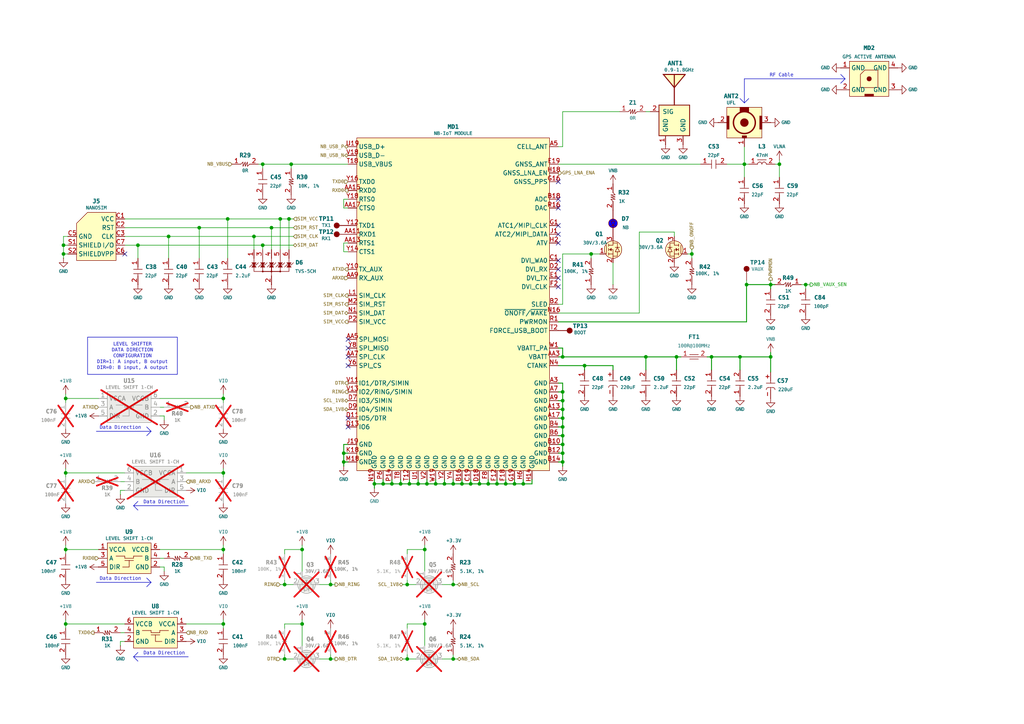
<source format=kicad_sch>
(kicad_sch (version 20231120) (generator "eeschema") (generator_version "8.0")
  (paper "A4")
  (title_block (title "THIẾT KẾ TRẠM GIÁM SÁT THỜI TIẾT SỬ DỤNG CÔNG NGHỆ NB-IOT") (date "2024-06-22") (rev "0.1") (company "TRƯỜNG ĐH KHOA HỌC TỰ NHIÊN - ĐẠI HỌC QUỐC GIA TP. HCM") (comment 1 "MSSV: 20200346") (comment 2 "SV: LÊ HƯNG THỊNH") (comment 3 "KHOA ĐIỆN TỬ"))
  (junction (at 163.195 116.205))
  (junction (at 226.06 47.625))
  (junction (at 123.825 140.335))
  (junction (at 169.545 106.045))
  (junction (at 123.19 159.385))
  (junction (at 113.665 140.335))
  (junction (at 64.77 159.385))
  (junction (at 64.77 180.975))
  (junction (at 111.125 140.335))
  (junction (at 78.74 66.04))
  (junction (at 163.195 126.365))
  (junction (at 163.195 121.285))
  (junction (at 163.195 103.505))
  (junction (at 214.63 103.505))
  (junction (at 48.895 68.58))
  (junction (at 233.68 82.55))
  (junction (at 163.195 133.985))
  (junction (at 163.195 128.905))
  (junction (at 215.9 47.625))
  (junction (at 126.365 140.335))
  (junction (at 108.585 140.335))
  (junction (at 95.885 191.135))
  (junction (at 118.11 191.135))
  (junction (at 163.195 118.745))
  (junction (at 76.2 71.12))
  (junction (at 144.145 140.335))
  (junction (at 146.685 140.335))
  (junction (at 206.375 103.505))
  (junction (at 18.415 71.12))
  (junction (at 149.225 140.335))
  (junction (at 87.63 159.385))
  (junction (at 99.695 131.445))
  (junction (at 19.05 180.975))
  (junction (at 73.66 68.58))
  (junction (at 66.04 63.5))
  (junction (at 131.445 169.545))
  (junction (at 200.66 73.66))
  (junction (at 18.415 73.66))
  (junction (at 87.63 180.975))
  (junction (at 121.285 140.335))
  (junction (at 99.695 133.985))
  (junction (at 163.195 131.445))
  (junction (at 82.55 191.135))
  (junction (at 83.82 63.5))
  (junction (at 133.985 140.335))
  (junction (at 223.52 82.55))
  (junction (at 19.05 159.385))
  (junction (at 163.195 113.665))
  (junction (at 40.005 71.12))
  (junction (at 196.215 103.505))
  (junction (at 76.2 47.625))
  (junction (at 171.45 73.66))
  (junction (at 163.195 123.825))
  (junction (at 223.52 103.505))
  (junction (at 151.765 140.335))
  (junction (at 118.11 169.545))
  (junction (at 131.445 140.335))
  (junction (at 64.77 115.57))
  (junction (at 187.325 103.505))
  (junction (at 81.28 63.5))
  (junction (at 84.455 47.625))
  (junction (at 123.19 180.975))
  (junction (at 118.745 140.335))
  (junction (at 141.605 140.335))
  (junction (at 19.05 115.57))
  (junction (at 64.77 137.16))
  (junction (at 136.525 140.335))
  (junction (at 82.55 169.545))
  (junction (at 131.445 191.135))
  (junction (at 116.205 140.335))
  (junction (at 19.05 137.16))
  (junction (at 95.885 169.545))
  (junction (at 216.535 82.55))
  (junction (at 128.905 140.335))
  (junction (at 139.065 140.335))
  (junction (at 57.785 66.04))
  (no_connect (at 36.195 73.66))
  (no_connect (at 161.925 70.485))
  (no_connect (at 161.925 78.105))
  (no_connect (at 161.925 60.325))
  (no_connect (at 100.965 103.505))
  (no_connect (at 100.965 98.425))
  (no_connect (at 161.925 52.705))
  (no_connect (at 100.965 123.825))
  (no_connect (at 161.925 75.565))
  (no_connect (at 161.925 83.185))
  (no_connect (at 161.925 80.645))
  (no_connect (at 161.925 65.405))
  (no_connect (at 161.925 67.945))
  (no_connect (at 100.965 121.285))
  (no_connect (at 161.925 57.785))
  (no_connect (at 100.965 100.965))
  (no_connect (at 100.965 106.045))
  (wire (pts (xy 47.625 118.11) (xy 46.355 118.11)))
  (wire (pts (xy 163.195 133.985) (xy 163.195 131.445)) (stroke (width 0.254)))
  (wire (pts (xy 81.28 63.5) (xy 66.04 63.5)))
  (wire (pts (xy 64.77 135.89) (xy 64.77 137.16)))
  (wire (pts (xy 19.05 114.3) (xy 19.05 115.57)))
  (wire (pts (xy 163.195 126.365) (xy 163.195 123.825)) (stroke (width 0.254)))
  (wire (pts (xy 95.885 189.865) (xy 95.885 191.135)))
  (wire (pts (xy 87.63 179.705) (xy 87.63 180.975)))
  (wire (pts (xy 87.63 159.385) (xy 82.55 159.385)))
  (wire (pts (xy 73.66 68.58) (xy 85.09 68.58)))
  (wire (pts (xy 161.925 90.805) (xy 185.42 90.805)))
  (wire (pts (xy 108.585 139.065) (xy 108.585 140.335)) (stroke (width 0.254)))
  (wire (pts (xy 161.925 113.665) (xy 163.195 113.665)) (stroke (width 0.254)))
  (polyline (pts (xy 215.9 22.86) (xy 215.9 29.845)))
  (wire (pts (xy 121.285 140.335) (xy 123.825 140.335)) (stroke (width 0.254)))
  (wire (pts (xy 161.925 118.745) (xy 163.195 118.745)) (stroke (width 0.254)))
  (wire (pts (xy 163.195 111.125) (xy 161.925 111.125)) (stroke (width 0.254)))
  (wire (pts (xy 28.575 115.57) (xy 19.05 115.57)))
  (wire (pts (xy 28.575 159.385) (xy 19.05 159.385)))
  (polyline (pts (xy 243.84 24.13) (xy 245.11 22.86)))
  (wire (pts (xy 113.665 139.065) (xy 113.665 140.335)) (stroke (width 0.254)))
  (polyline (pts (xy 43.815 125.095) (xy 42.545 126.365)))
  (wire (pts (xy 139.065 140.335) (xy 141.605 140.335)) (stroke (width 0.254)))
  (wire (pts (xy 196.215 103.505) (xy 197.485 103.505)) (stroke (width 0.254)))
  (wire (pts (xy 161.925 88.265) (xy 163.195 88.265)))
  (polyline (pts (xy 243.84 21.59) (xy 245.11 22.86)))
  (wire (pts (xy 40.005 71.12) (xy 76.2 71.12)))
  (wire (pts (xy 187.325 32.385) (xy 188.595 32.385)))
  (wire (pts (xy 169.545 106.045) (xy 161.925 106.045)) (stroke (width 0.254)))
  (wire (pts (xy 144.145 140.335) (xy 146.685 140.335)) (stroke (width 0.254)))
  (wire (pts (xy 161.925 116.205) (xy 163.195 116.205)) (stroke (width 0.254)))
  (wire (pts (xy 81.28 191.135) (xy 82.55 191.135)))
  (wire (pts (xy 223.52 102.235) (xy 223.52 103.505)) (stroke (width 0.254)))
  (wire (pts (xy 100.965 70.485) (xy 99.695 70.485)))
  (wire (pts (xy 116.84 191.135) (xy 118.11 191.135)))
  (wire (pts (xy 81.28 63.5) (xy 83.82 63.5)))
  (wire (pts (xy 123.19 179.705) (xy 123.19 180.975)))
  (wire (pts (xy 118.11 168.275) (xy 118.11 169.545)))
  (wire (pts (xy 123.19 180.975) (xy 118.11 180.975)))
  (wire (pts (xy 34.925 139.7) (xy 36.195 139.7)))
  (wire (pts (xy 66.04 63.5) (xy 66.04 74.93)))
  (wire (pts (xy 118.11 169.545) (xy 120.65 169.545)))
  (wire (pts (xy 215.9 42.545) (xy 215.9 47.625)))
  (polyline (pts (xy 217.17 28.575) (xy 215.9 29.845)))
  (wire (pts (xy 64.77 180.975) (xy 53.975 180.975)))
  (wire (pts (xy 149.225 140.335) (xy 151.765 140.335)) (stroke (width 0.254)))
  (wire (pts (xy 64.77 158.115) (xy 64.77 159.385)))
  (wire (pts (xy 215.9 51.435) (xy 215.9 47.625)))
  (wire (pts (xy 210.82 47.625) (xy 215.9 47.625)))
  (wire (pts (xy 121.285 139.065) (xy 121.285 140.335)) (stroke (width 0.254)))
  (wire (pts (xy 64.77 159.385) (xy 46.355 159.385)))
  (wire (pts (xy 196.215 103.505) (xy 196.215 107.315)) (stroke (width 0.254)))
  (wire (pts (xy 163.195 118.745) (xy 163.195 116.205)) (stroke (width 0.254)))
  (wire (pts (xy 108.585 140.335) (xy 108.585 141.605)) (stroke (width 0.254)))
  (wire (pts (xy 200.66 73.66) (xy 200.66 74.93)))
  (wire (pts (xy 36.195 66.04) (xy 57.785 66.04)))
  (wire (pts (xy 123.19 158.115) (xy 123.19 159.385)))
  (wire (pts (xy 216.535 81.28) (xy 216.535 82.55)))
  (wire (pts (xy 47.625 165.735) (xy 47.625 164.465)))
  (wire (pts (xy 34.925 183.515) (xy 36.195 183.515)))
  (wire (pts (xy 128.905 140.335) (xy 131.445 140.335)) (stroke (width 0.254)))
  (wire (pts (xy 233.68 82.55) (xy 234.95 82.55)))
  (polyline (pts (xy 38.735 190.5) (xy 54.61 190.5)))
  (wire (pts (xy 87.63 158.115) (xy 87.63 159.385)))
  (wire (pts (xy 34.925 142.24) (xy 36.195 142.24)))
  (wire (pts (xy 76.2 71.12) (xy 76.2 72.39)))
  (wire (pts (xy 214.63 103.505) (xy 214.63 107.315)) (stroke (width 0.254)))
  (wire (pts (xy 163.195 121.285) (xy 163.195 118.745)) (stroke (width 0.254)))
  (wire (pts (xy 40.005 71.12) (xy 40.005 74.93)))
  (wire (pts (xy 161.925 42.545) (xy 163.195 42.545)))
  (wire (pts (xy 19.05 159.385) (xy 19.05 160.655)))
  (wire (pts (xy 92.71 169.545) (xy 95.885 169.545)))
  (wire (pts (xy 76.2 47.625) (xy 76.2 48.895)))
  (wire (pts (xy 223.52 82.55) (xy 224.79 82.55)) (stroke (width 0.254)))
  (wire (pts (xy 146.685 139.065) (xy 146.685 140.335)) (stroke (width 0.254)))
  (wire (pts (xy 99.695 70.485) (xy 99.695 73.025)))
  (wire (pts (xy 64.77 114.3) (xy 64.77 115.57)))
  (wire (pts (xy 19.05 158.115) (xy 19.05 159.385)))
  (wire (pts (xy 214.63 103.505) (xy 223.52 103.505)) (stroke (width 0.254)))
  (wire (pts (xy 34.925 186.055) (xy 36.195 186.055)))
  (polyline (pts (xy 38.735 190.5) (xy 40.005 191.77)))
  (wire (pts (xy 131.445 168.275) (xy 131.445 169.545)))
  (wire (pts (xy 81.28 169.545) (xy 82.55 169.545)))
  (wire (pts (xy 161.925 126.365) (xy 163.195 126.365)) (stroke (width 0.254)))
  (wire (pts (xy 136.525 139.065) (xy 136.525 140.335)) (stroke (width 0.254)))
  (wire (pts (xy 131.445 169.545) (xy 132.715 169.545)))
  (wire (pts (xy 18.415 74.93) (xy 18.415 73.66)))
  (wire (pts (xy 99.695 73.025) (xy 100.965 73.025)))
  (wire (pts (xy 111.125 139.065) (xy 111.125 140.335)) (stroke (width 0.254)))
  (wire (pts (xy 123.825 140.335) (xy 126.365 140.335)) (stroke (width 0.254)))
  (wire (pts (xy 57.785 66.04) (xy 57.785 74.93)))
  (wire (pts (xy 223.52 81.28) (xy 223.52 82.55)))
  (wire (pts (xy 47.625 120.65) (xy 46.355 120.65)))
  (wire (pts (xy 47.625 164.465) (xy 46.355 164.465)))
  (wire (pts (xy 215.9 47.625) (xy 217.17 47.625)))
  (wire (pts (xy 146.685 140.335) (xy 149.225 140.335)) (stroke (width 0.254)))
  (wire (pts (xy 81.28 72.39) (xy 81.28 63.5)))
  (wire (pts (xy 48.895 68.58) (xy 73.66 68.58)))
  (wire (pts (xy 123.19 159.385) (xy 118.11 159.385)))
  (wire (pts (xy 185.42 67.31) (xy 185.42 90.805)))
  (wire (pts (xy 163.195 135.255) (xy 163.195 133.985)) (stroke (width 0.254)))
  (polyline (pts (xy 38.735 146.685) (xy 40.005 145.415)))
  (wire (pts (xy 123.19 187.325) (xy 123.19 180.975)))
  (wire (pts (xy 64.77 179.705) (xy 64.77 180.975)))
  (wire (pts (xy 128.27 169.545) (xy 131.445 169.545)))
  (polyline (pts (xy 214.63 28.575) (xy 215.9 29.845)))
  (polyline (pts (xy 43.815 125.095) (xy 27.94 125.095)))
  (wire (pts (xy 200.66 73.66) (xy 199.39 73.66)))
  (wire (pts (xy 226.06 46.355) (xy 226.06 47.625)))
  (wire (pts (xy 131.445 140.335) (xy 133.985 140.335)) (stroke (width 0.254)))
  (wire (pts (xy 18.415 73.66) (xy 18.415 71.12)))
  (wire (pts (xy 163.195 32.385) (xy 163.195 42.545)))
  (wire (pts (xy 161.925 100.965) (xy 163.195 100.965)) (stroke (width 0.254)))
  (wire (pts (xy 163.195 123.825) (xy 163.195 121.285)) (stroke (width 0.254)))
  (wire (pts (xy 118.11 159.385) (xy 118.11 160.655)))
  (wire (pts (xy 99.695 60.325) (xy 100.965 60.325)))
  (wire (pts (xy 116.205 140.335) (xy 118.745 140.335)) (stroke (width 0.254)))
  (wire (pts (xy 169.545 106.045) (xy 169.545 107.315)) (stroke (width 0.254)))
  (wire (pts (xy 161.925 93.345) (xy 216.535 93.345)) (stroke (width 0.254)))
  (wire (pts (xy 92.71 191.135) (xy 95.885 191.135)))
  (wire (pts (xy 64.77 159.385) (xy 64.77 160.655)))
  (polyline (pts (xy 43.815 168.91) (xy 42.545 170.18)))
  (wire (pts (xy 116.205 139.065) (xy 116.205 140.335)) (stroke (width 0.254)))
  (wire (pts (xy 82.55 159.385) (xy 82.55 160.655)))
  (polyline (pts (xy 38.735 190.5) (xy 40.005 189.23)))
  (wire (pts (xy 36.195 137.16) (xy 19.05 137.16)))
  (wire (pts (xy 141.605 140.335) (xy 144.145 140.335)) (stroke (width 0.254)))
  (wire (pts (xy 36.195 180.975) (xy 19.05 180.975)))
  (wire (pts (xy 118.745 139.065) (xy 118.745 140.335)) (stroke (width 0.254)))
  (wire (pts (xy 99.695 133.985) (xy 100.965 133.985)) (stroke (width 0.254)))
  (wire (pts (xy 34.925 143.51) (xy 34.925 142.24)))
  (wire (pts (xy 151.765 139.065) (xy 151.765 140.335)) (stroke (width 0.254)))
  (polyline (pts (xy 38.735 146.685) (xy 40.005 147.955)))
  (polyline (pts (xy 43.815 125.095) (xy 42.545 123.825)))
  (wire (pts (xy 108.585 140.335) (xy 111.125 140.335)) (stroke (width 0.254)))
  (wire (pts (xy 177.8 82.55) (xy 177.8 76.2)))
  (wire (pts (xy 64.77 115.57) (xy 64.77 116.84)))
  (wire (pts (xy 19.05 180.975) (xy 19.05 182.245)))
  (wire (pts (xy 163.195 73.66) (xy 163.195 88.265)))
  (polyline (pts (xy 43.815 168.91) (xy 27.94 168.91)))
  (wire (pts (xy 82.55 189.865) (xy 82.55 191.135)))
  (wire (pts (xy 83.82 63.5) (xy 85.09 63.5)))
  (wire (pts (xy 118.11 180.975) (xy 118.11 182.245)))
  (wire (pts (xy 100.965 57.785) (xy 99.695 57.785)))
  (wire (pts (xy 18.415 71.12) (xy 18.415 68.58)))
  (polyline (pts (xy 38.735 146.685) (xy 54.61 146.685)))
  (wire (pts (xy 154.305 140.335) (xy 154.305 139.065)) (stroke (width 0.254)))
  (wire (pts (xy 133.985 139.065) (xy 133.985 140.335)) (stroke (width 0.254)))
  (wire (pts (xy 161.925 103.505) (xy 163.195 103.505)) (stroke (width 0.254)))
  (wire (pts (xy 82.55 168.275) (xy 82.55 169.545)))
  (wire (pts (xy 95.885 191.135) (xy 97.155 191.135)))
  (wire (pts (xy 84.455 47.625) (xy 84.455 48.895)))
  (wire (pts (xy 161.925 47.625) (xy 203.2 47.625)))
  (wire (pts (xy 36.195 71.12) (xy 40.005 71.12)))
  (wire (pts (xy 123.825 139.065) (xy 123.825 140.335)) (stroke (width 0.254)))
  (wire (pts (xy 144.145 139.065) (xy 144.145 140.335)) (stroke (width 0.254)))
  (wire (pts (xy 18.415 71.12) (xy 19.685 71.12)))
  (wire (pts (xy 177.8 107.315) (xy 177.8 106.045)) (stroke (width 0.254)))
  (wire (pts (xy 161.925 123.825) (xy 163.195 123.825)) (stroke (width 0.254)))
  (wire (pts (xy 82.55 191.135) (xy 85.09 191.135)))
  (wire (pts (xy 133.985 140.335) (xy 136.525 140.335)) (stroke (width 0.254)))
  (wire (pts (xy 200.66 72.39) (xy 200.66 73.66)))
  (wire (pts (xy 99.695 131.445) (xy 100.965 131.445)) (stroke (width 0.254)))
  (wire (pts (xy 163.195 131.445) (xy 163.195 128.905)) (stroke (width 0.254)))
  (wire (pts (xy 205.105 103.505) (xy 206.375 103.505)) (stroke (width 0.254)))
  (wire (pts (xy 126.365 140.335) (xy 128.905 140.335)) (stroke (width 0.254)))
  (wire (pts (xy 163.195 113.665) (xy 163.195 111.125)) (stroke (width 0.254)))
  (wire (pts (xy 82.55 169.545) (xy 85.09 169.545)))
  (wire (pts (xy 163.195 73.66) (xy 171.45 73.66)))
  (wire (pts (xy 99.695 128.905) (xy 100.965 128.905)) (stroke (width 0.254)))
  (wire (pts (xy 118.11 191.135) (xy 120.65 191.135)))
  (wire (pts (xy 76.2 47.625) (xy 84.455 47.625)))
  (wire (pts (xy 116.84 169.545) (xy 118.11 169.545)))
  (wire (pts (xy 195.58 67.31) (xy 195.58 68.58)))
  (wire (pts (xy 128.27 191.135) (xy 131.445 191.135)))
  (wire (pts (xy 64.77 137.16) (xy 53.975 137.16)))
  (wire (pts (xy 223.52 82.55) (xy 216.535 82.55)) (stroke (width 0.254)))
  (wire (pts (xy 187.325 103.505) (xy 196.215 103.505)) (stroke (width 0.254)))
  (wire (pts (xy 95.885 169.545) (xy 97.155 169.545)))
  (wire (pts (xy 19.05 135.89) (xy 19.05 137.16)))
  (wire (pts (xy 73.66 68.58) (xy 73.66 72.39)))
  (wire (pts (xy 185.42 67.31) (xy 195.58 67.31)))
  (wire (pts (xy 223.52 103.505) (xy 223.52 107.95)) (stroke (width 0.254)))
  (wire (pts (xy 136.525 140.335) (xy 139.065 140.335)) (stroke (width 0.254)))
  (wire (pts (xy 87.63 180.975) (xy 82.55 180.975)))
  (wire (pts (xy 78.74 66.04) (xy 85.09 66.04)))
  (wire (pts (xy 99.695 135.255) (xy 99.695 133.985)) (stroke (width 0.254)))
  (wire (pts (xy 163.195 116.205) (xy 163.195 113.665)) (stroke (width 0.254)))
  (wire (pts (xy 64.77 137.16) (xy 64.77 138.43)))
  (wire (pts (xy 233.68 83.82) (xy 233.68 82.55)))
  (wire (pts (xy 99.695 133.985) (xy 99.695 131.445)) (stroke (width 0.254)))
  (wire (pts (xy 131.445 139.065) (xy 131.445 140.335)) (stroke (width 0.254)))
  (wire (pts (xy 224.79 47.625) (xy 226.06 47.625)))
  (wire (pts (xy 161.925 131.445) (xy 163.195 131.445)) (stroke (width 0.254)))
  (wire (pts (xy 216.535 82.55) (xy 216.535 93.345)) (stroke (width 0.254)))
  (wire (pts (xy 36.195 68.58) (xy 48.895 68.58)))
  (wire (pts (xy 19.05 137.16) (xy 19.05 138.43)))
  (wire (pts (xy 36.195 63.5) (xy 66.04 63.5)))
  (wire (pts (xy 206.375 103.505) (xy 214.63 103.505)) (stroke (width 0.254)))
  (wire (pts (xy 206.375 103.505) (xy 206.375 107.315)) (stroke (width 0.254)))
  (wire (pts (xy 126.365 139.065) (xy 126.365 140.335)) (stroke (width 0.254)))
  (polyline (pts (xy 245.11 22.86) (xy 215.9 22.86)))
  (wire (pts (xy 84.455 47.625) (xy 100.965 47.625)))
  (wire (pts (xy 47.625 161.925) (xy 46.355 161.925)))
  (wire (pts (xy 151.765 140.335) (xy 154.305 140.335)) (stroke (width 0.254)))
  (wire (pts (xy 161.925 133.985) (xy 163.195 133.985)) (stroke (width 0.254)))
  (wire (pts (xy 78.74 66.04) (xy 57.785 66.04)))
  (polyline (pts (xy 43.815 168.91) (xy 42.545 167.64)))
  (wire (pts (xy 223.52 82.55) (xy 223.52 83.82)) (stroke (width 0.254)))
  (wire (pts (xy 163.195 32.385) (xy 179.705 32.385)))
  (wire (pts (xy 128.905 139.065) (xy 128.905 140.335)) (stroke (width 0.254)))
  (wire (pts (xy 18.415 73.66) (xy 19.685 73.66)))
  (wire (pts (xy 113.665 140.335) (xy 116.205 140.335)) (stroke (width 0.254)))
  (wire (pts (xy 141.605 139.065) (xy 141.605 140.335)) (stroke (width 0.254)))
  (wire (pts (xy 161.925 121.285) (xy 163.195 121.285)) (stroke (width 0.254)))
  (wire (pts (xy 78.74 72.39) (xy 78.74 66.04)))
  (wire (pts (xy 99.695 57.785) (xy 99.695 60.325)))
  (wire (pts (xy 64.77 115.57) (xy 46.355 115.57)))
  (wire (pts (xy 187.325 103.505) (xy 187.325 107.315)) (stroke (width 0.254)))
  (wire (pts (xy 76.2 71.12) (xy 85.09 71.12)))
  (wire (pts (xy 111.125 140.335) (xy 113.665 140.335)) (stroke (width 0.254)))
  (wire (pts (xy 87.63 187.325) (xy 87.63 180.975)))
  (wire (pts (xy 19.05 115.57) (xy 19.05 116.84)))
  (wire (pts (xy 177.8 106.045) (xy 169.545 106.045)) (stroke (width 0.254)))
  (wire (pts (xy 47.625 121.92) (xy 47.625 120.65)))
  (wire (pts (xy 226.06 51.435) (xy 226.06 47.625)))
  (wire (pts (xy 83.82 63.5) (xy 83.82 72.39)))
  (wire (pts (xy 87.63 165.735) (xy 87.63 159.385)))
  (wire (pts (xy 118.11 189.865) (xy 118.11 191.135)))
  (wire (pts (xy 95.885 168.275) (xy 95.885 169.545)))
  (wire (pts (xy 163.195 103.505) (xy 163.195 100.965)) (stroke (width 0.254)))
  (wire (pts (xy 161.925 128.905) (xy 163.195 128.905)) (stroke (width 0.254)))
  (wire (pts (xy 233.68 82.55) (xy 232.41 82.55)))
  (wire (pts (xy 149.225 139.065) (xy 149.225 140.335)) (stroke (width 0.254)))
  (wire (pts (xy 139.065 139.065) (xy 139.065 140.335)) (stroke (width 0.254)))
  (wire (pts (xy 19.05 179.705) (xy 19.05 180.975)))
  (wire (pts (xy 74.93 47.625) (xy 76.2 47.625)))
  (wire (pts (xy 64.77 180.975) (xy 64.77 182.245)))
  (wire (pts (xy 34.925 187.325) (xy 34.925 186.055)))
  (wire (pts (xy 99.695 131.445) (xy 99.695 128.905)) (stroke (width 0.254)))
  (wire (pts (xy 163.195 128.905) (xy 163.195 126.365)) (stroke (width 0.254)))
  (wire (pts (xy 171.45 73.66) (xy 171.45 74.93)))
  (wire (pts (xy 131.445 189.865) (xy 131.445 191.135)))
  (wire (pts (xy 18.415 68.58) (xy 19.685 68.58)))
  (wire (pts (xy 48.895 68.58) (xy 48.895 74.93)))
  (wire (pts (xy 131.445 191.135) (xy 132.715 191.135)))
  (wire (pts (xy 123.19 165.735) (xy 123.19 159.385)))
  (wire (pts (xy 82.55 180.975) (xy 82.55 182.245)))
  (wire (pts (xy 163.195 103.505) (xy 187.325 103.505)) (stroke (width 0.254)))
  (wire (pts (xy 171.45 73.66) (xy 173.99 73.66)))
  (wire (pts (xy 118.745 140.335) (xy 121.285 140.335)) (stroke (width 0.254)))
  (text_box "LEVEL SHIFTER\nDATA DIRECTION\nCONFIGURATION\nDIR=1: A input, B output\nDIR=0: B input, A output" (at 25.4 97.79 0) (size 26.035 10.795) (effects (font (size 1.016 1.016))))
  (text "Data Direction" (at 47.625 146.05 0) (effects (font (size 1.016 1.016))))
  (text "RF Cable" (at 226.695 22.225 0) (effects (font (size 1.016 1.016))))
  (text "Data Direction" (at 47.625 189.865 0) (effects (font (size 1.016 1.016))))
  (text "Data Direction" (at 34.925 124.46 0) (effects (font (size 1.016 1.016))))
  (text "Data Direction" (at 34.925 168.275 0) (effects (font (size 1.016 1.016))))
  (hierarchical_label "NB_VAUX_SEN" (shape output) (at 234.95 82.55 0) (effects (font (size 1.016 1.016))))
  (hierarchical_label "SDA_1V8" (shape bidirectional) (at 100.965 118.745 180) (effects (font (size 1.016 1.016))))
  (hierarchical_label "NB_RXD" (shape input) (at 53.975 183.515 0) (effects (font (size 1.016 1.016))))
  (hierarchical_label "SDA_1V8" (shape bidirectional) (at 116.84 191.135 180) (effects (font (size 1.016 1.016))))
  (hierarchical_label "RING" (shape input) (at 81.28 169.545 180) (effects (font (size 1.016 1.016))))
  (hierarchical_label "NB_USB_N" (shape bidirectional) (at 100.965 45.085 180) (effects (font (size 1.016 1.016))))
  (hierarchical_label "NB_SCL" (shape bidirectional) (at 132.715 169.545 0) (effects (font (size 1.016 1.016))))
  (hierarchical_label "DTR" (shape output) (at 100.965 111.125 180) (effects (font (size 1.016 1.016))))
  (hierarchical_label "RXD0" (shape output) (at 100.965 55.245 180) (effects (font (size 1.016 1.016))))
  (hierarchical_label "ATXD" (shape input) (at 28.575 118.11 180) (effects (font (size 1.016 1.016))))
  (hierarchical_label "RING" (shape output) (at 100.965 113.665 180) (effects (font (size 1.016 1.016))))
  (hierarchical_label "SIM_CLK" (shape output) (at 100.965 85.725 180) (effects (font (size 1.016 1.016))))
  (hierarchical_label "NB_ONOFF" (shape input) (at 200.66 72.39 90) (effects (font (size 1.016 1.016))))
  (hierarchical_label "TXD0" (shape input) (at 100.965 52.705 180) (effects (font (size 1.016 1.016))))
  (hierarchical_label "DTR" (shape input) (at 81.28 191.135 180) (effects (font (size 1.016 1.016))))
  (hierarchical_label "SIM_VCC" (shape input) (at 85.09 63.5 0) (effects (font (size 1.016 1.016))))
  (hierarchical_label "SIM_RST" (shape input) (at 85.09 66.04 0) (effects (font (size 1.016 1.016))))
  (hierarchical_label "NB_RING" (shape output) (at 97.155 169.545 0) (effects (font (size 1.016 1.016))))
  (hierarchical_label "SIM_RST" (shape output) (at 100.965 88.265 180) (effects (font (size 1.016 1.016))))
  (hierarchical_label "RXD0" (shape input) (at 28.575 161.925 180) (effects (font (size 1.016 1.016))))
  (hierarchical_label "NB_SDA" (shape bidirectional) (at 132.715 191.135 0) (effects (font (size 1.016 1.016))))
  (hierarchical_label "ATXD" (shape output) (at 100.965 78.105 180) (effects (font (size 1.016 1.016))))
  (hierarchical_label "NB_USB_P" (shape bidirectional) (at 100.965 42.545 180) (effects (font (size 1.016 1.016))))
  (hierarchical_label "SCL_1V8" (shape bidirectional) (at 116.84 169.545 180) (effects (font (size 1.016 1.016))))
  (hierarchical_label "SIM_DAT" (shape bidirectional) (at 100.965 90.805 180) (effects (font (size 1.016 1.016))))
  (hierarchical_label "NB_ATXD" (shape output) (at 55.245 118.11 0) (effects (font (size 1.016 1.016))))
  (hierarchical_label "GPS_LNA_ENA" (shape output) (at 161.925 50.165 0) (effects (font (size 1.016 1.016))))
  (hierarchical_label "SIM_CLK" (shape input) (at 85.09 68.58 0) (effects (font (size 1.016 1.016))))
  (hierarchical_label "ARXD" (shape input) (at 100.965 80.645 180) (effects (font (size 1.016 1.016))))
  (hierarchical_label "PWRMON" (shape output) (at 223.52 81.28 90) (effects (font (size 1.016 1.016))))
  (hierarchical_label "NB_DTR" (shape output) (at 97.155 191.135 0) (effects (font (size 1.016 1.016))))
  (hierarchical_label "NB_ARXD" (shape input) (at 53.975 139.7 0) (effects (font (size 1.016 1.016))))
  (hierarchical_label "NB_TXD" (shape output) (at 55.245 161.925 0) (effects (font (size 1.016 1.016))))
  (hierarchical_label "ARXD" (shape output) (at 27.305 139.7 180) (effects (font (size 1.016 1.016))))
  (hierarchical_label "SCL_1V8" (shape bidirectional) (at 100.965 116.205 180) (effects (font (size 1.016 1.016))))
  (hierarchical_label "NB_VBUS" (shape input) (at 67.31 47.625 180) (effects (font (size 1.016 1.016))))
  (hierarchical_label "TXD0" (shape output) (at 27.305 183.515 180) (effects (font (size 1.016 1.016))))
  (hierarchical_label "SIM_DAT" (shape bidirectional) (at 85.09 71.12 0) (effects (font (size 1.016 1.016))))
  (hierarchical_label "SIM_VCC" (shape output) (at 100.965 93.345 180) (effects (font (size 1.016 1.016))))
  (symbol (lib_id "SAMPI:RES") (at 168.91 80.01 90) (unit 1)
    (property "Reference" "R41" (at 167.64 76.835 90) (effects (font (bold yes))))
    (property "Value" "100K, 1%" (at 167.005 78.74 90) (effects (font (size 1.016 1.016))))
    (property "Footprint" "SAMPI:RES0603" (effects (hide yes)))
    (property "Description" "RES SMD 100K OHM 1% 1/10W 0603" (effects (hide yes)))
    (property "MNP" "RC0603FR-07100KL" (effects (hide yes)))
    (property "Price" "0.002" (effects (hide yes)))
    (property "Stock Link" "https://www.thegioiic.com/dien-tro-100-kohm-0603-1-" (effects (hide yes)))
    (property "MFT" "YAGEO" (effects (hide yes)))
  )
  (symbol (lib_id "power:GND") (at 243.84 26.035 270) (unit 1)
    (property "Reference" "#PWR0126" (effects (hide yes)))
    (property "Value" "GND" (at 239.395 26.035 90) (effects (font (size 1.016 1.016))))
    (property "Description" "Power symbol creates a global label with name \"GND\" , ground" (effects (hide yes)))
  )
  (symbol (lib_id "power:GND") (at 76.2 56.515 0) (unit 1)
    (property "Reference" "#PWR091" (effects (hide yes)))
    (property "Value" "GND" (at 76.2 60.325 0) (effects (font (size 1.016 1.016))))
    (property "Description" "Power symbol creates a global label with name \"GND\" , ground" (effects (hide yes)))
  )
  (symbol (lib_id "SAMPI:CERCAP") (at 218.44 53.975 270) (unit 1)
    (property "Reference" "C56" (at 219.71 53.975 90) (effects (font (bold yes))))
    (property "Value" "22pF" (at 219.71 56.515 90) (effects (font (size 1.016 1.016))))
    (property "Footprint" "SAMPI:CAP0603" (effects (hide yes)))
    (property "Description" "CAP CER 22PF 50V C0G/NP0 0603" (effects (hide yes)))
    (property "MNP" "CL10C220JB8NFNC" (effects (hide yes)))
    (property "Price" "0.0083" (effects (hide yes)))
    (property "Stock Link" "https://www.thegioiic.com/tu-gom-0603-22pf-50v" (effects (hide yes)))
    (property "MFT" "Samsung" (effects (hide yes)))
  )
  (symbol (lib_id "SAMPI:TESTPOINT") (at 98.425 67.945 90) (unit 1) (in_bom no)
    (property "Reference" "TP12" (at 94.615 67.31 90) (effects (font (bold yes))))
    (property "Value" "RX1" (at 94.615 69.215 90) (effects (font (size 1.016 1.016))))
    (property "Footprint" "SAMPI:TP1MM" (effects (hide yes)))
  )
  (symbol (lib_id "power:GND") (at 19.05 146.05 0) (unit 1)
    (property "Reference" "#PWR0170" (effects (hide yes)))
    (property "Value" "GND" (at 19.05 149.86 0) (effects (font (size 1.016 1.016))))
    (property "Description" "Power symbol creates a global label with name \"GND\" , ground" (effects (hide yes)))
  )
  (symbol (lib_id "power:GND") (at 47.625 165.735 0) (unit 1)
    (property "Reference" "#PWR090" (effects (hide yes)))
    (property "Value" "GND" (at 47.625 169.545 0) (effects (font (size 1.016 1.016))))
    (property "Description" "Power symbol creates a global label with name \"GND\" , ground" (effects (hide yes)))
  )
  (symbol (lib_id "SAMPI:TESTPOINT") (at 216.535 78.74 0) (unit 1) (in_bom no)
    (property "Reference" "TP14" (at 219.71 76.2 0) (effects (font (bold yes))))
    (property "Value" "VAUX" (at 219.71 78.105 0) (effects (font (size 1.016 1.016))))
    (property "Footprint" "SAMPI:TP1MM" (effects (hide yes)))
  )
  (symbol (lib_id "SAMPI:CERCAP") (at 198.755 109.855 270) (unit 1)
    (property "Reference" "C52" (at 200.025 109.855 90) (effects (font (bold yes))))
    (property "Value" "22pF" (at 200.025 112.395 90) (effects (font (size 1.016 1.016))))
    (property "Footprint" "SAMPI:CAP0603" (effects (hide yes)))
    (property "Description" "CAP CER 22PF 50V C0G/NP0 0603" (effects (hide yes)))
    (property "MNP" "CL10C220JB8NFNC" (effects (hide yes)))
    (property "Price" "0.0083" (effects (hide yes)))
    (property "Stock Link" "https://www.thegioiic.com/tu-gom-0603-22pf-50v" (effects (hide yes)))
    (property "MFT" "Samsung" (effects (hide yes)))
  )
  (symbol (lib_id "SAMPI:FET_N-CH") (at 128.27 187.325 270) (unit 1) (dnp yes)
    (property "Reference" "Q6" (at 124.46 185.42 90) (effects (font (bold yes)) (justify left)))
    (property "Value" "30V/3.6A" (at 123.825 187.325 90) (effects (font (size 1.016 1.016)) (justify left)))
    (property "Footprint" "SAMPI:SOT23" (effects (hide yes)))
    (property "Description" "MOSFET N-CH 30V 3.6A SOT23-3" (effects (hide yes)))
    (property "Price" "0.022" (effects (hide yes)))
    (property "Stock Link" "https://www.thegioiic.com/si2300ds-mosfet-kenh-n-30v-3-6a-sot-23" (effects (hide yes)))
    (property "MFT" "Vishay" (effects (hide yes)))
    (property "MNP" "SI2300DS-T1-GE3" (effects (hide yes)))
  )
  (symbol (lib_id "SAMPI:ANTEN_UFL") (at 215.9 35.56 0) (unit 1)
    (property "Reference" "ANT2" (at 212.09 27.94 0) (effects (font (bold yes))))
    (property "Value" "UFL" (at 212.09 29.845 0) (effects (font (size 1.016 1.016))))
    (property "Footprint" "SAMPI:U.FL" (effects (hide yes)))
    (property "Description" "CONN U.FL RCPT STR 50 OHM SMD" (effects (hide yes)))
    (property "MFT" "Hirose" (effects (hide yes)))
    (property "MNP" "U.FL-R-SMT-1(40)" (effects (hide yes)))
    (property "Price" "0.070" (effects (hide yes)))
    (property "Stock Link" "https://www.thegioiic.com/cong-rf-1th-ipex-u-fl-r-smt-2-chan-dan-smd" (effects (hide yes)))
  )
  (symbol (lib_id "SAMPI:RES") (at 120.65 187.325 270) (mirror x) (unit 1) (dnp yes)
    (property "Reference" "R47" (at 116.205 184.7849 90) (effects (font (bold yes)) (justify right)))
    (property "Value" "5.1K, 1%" (at 116.205 187.3249 90) (effects (font (size 1.016 1.016)) (justify right)))
    (property "Footprint" "SAMPI:RES0603" (effects (hide yes)))
    (property "Description" "RES SMD 5.1K OHM 1% 1/10W 0603" (effects (hide yes)))
    (property "MNP" "RC0603FR-075K1L" (effects (hide yes)))
    (property "Price" "0.002" (effects (hide yes)))
    (property "Stock Link" "https://www.digikey.com/en/products/detail/yageo/RC0603FR-075K1L/727268" (effects (hide yes)))
    (property "MFT" "YAGEO" (effects (hide yes)))
  )
  (symbol (lib_id "power:GND") (at 215.9 59.055 0) (unit 1)
    (property "Reference" "#PWR0117" (effects (hide yes)))
    (property "Value" "GND" (at 215.9 62.865 0) (effects (font (size 1.016 1.016))))
    (property "Description" "Power symbol creates a global label with name \"GND\" , ground" (effects (hide yes)))
  )
  (symbol (lib_id "SAMPI:RES") (at 120.65 165.735 270) (mirror x) (unit 1) (dnp yes)
    (property "Reference" "R48" (at 116.205 163.1949 90) (effects (font (bold yes)) (justify right)))
    (property "Value" "5.1K, 1%" (at 116.205 165.7349 90) (effects (font (size 1.016 1.016)) (justify right)))
    (property "Footprint" "SAMPI:RES0603" (effects (hide yes)))
    (property "Description" "RES SMD 5.1K OHM 1% 1/10W 0603" (effects (hide yes)))
    (property "MNP" "RC0603FR-075K1L" (effects (hide yes)))
    (property "Price" "0.002" (effects (hide yes)))
    (property "Stock Link" "https://www.digikey.com/en/products/detail/yageo/RC0603FR-075K1L/727268" (effects (hide yes)))
    (property "MFT" "YAGEO" (effects (hide yes)))
  )
  (symbol (lib_id "power:GND") (at 108.585 141.605 0) (unit 1)
    (property "Reference" "#PWR0101" (effects (hide yes)))
    (property "Value" "GND" (at 108.585 145.415 0) (effects (font (size 1.016 1.016))))
    (property "Description" "Power symbol creates a global label with name \"GND\" , ground" (effects (hide yes)))
  )
  (symbol (lib_id "SAMPI:RES") (at 98.425 165.735 270) (mirror x) (unit 1) (dnp yes)
    (property "Reference" "R45" (at 99.695 163.195 90) (effects (font (bold yes))))
    (property "Value" "100K, 1%" (at 100.33 165.1 90) (effects (font (size 1.016 1.016))))
    (property "Footprint" "SAMPI:RES0603" (effects (hide yes)))
    (property "Description" "RES SMD 100K OHM 1% 1/10W 0603" (effects (hide yes)))
    (property "MNP" "RC0603FR-07100KL" (effects (hide yes)))
    (property "Price" "0.002" (effects (hide yes)))
    (property "Stock Link" "https://www.thegioiic.com/dien-tro-100-kohm-0603-1-" (effects (hide yes)))
    (property "MFT" "YAGEO" (effects (hide yes)))
  )
  (symbol (lib_id "SAMPI:RES") (at 128.905 187.325 90) (unit 1)
    (property "Reference" "R24" (at 133.35 184.7849 90) (effects (font (bold yes)) (justify right)))
    (property "Value" "5.1K, 1%" (at 133.35 187.3249 90) (effects (font (size 1.016 1.016)) (justify right)))
    (property "Footprint" "SAMPI:RES0603" (effects (hide yes)))
    (property "Description" "RES SMD 5.1K OHM 1% 1/10W 0603" (effects (hide yes)))
    (property "MNP" "RC0603FR-075K1L" (effects (hide yes)))
    (property "Price" "0.002" (effects (hide yes)))
    (property "Stock Link" "https://www.digikey.com/en/products/detail/yageo/RC0603FR-075K1L/727268" (effects (hide yes)))
    (property "MFT" "YAGEO" (effects (hide yes)))
  )
  (symbol (lib_id "SAMPI:TVS-5CH_SMF05C") (at 71.12 76.2 0) (unit 1)
    (property "Reference" "D6" (at 85.725 76.2 0) (effects (font (bold yes)) (justify left)))
    (property "Value" "TVS-5CH" (at 85.09 78.74 0) (effects (font (size 1.016 1.016)) (justify left)))
    (property "Footprint" "SAMPI:SOT363" (effects (hide yes)))
    (property "Description" "TVS DIODE 5VWM 12.5V SC88/SC70-6" (effects (hide yes)))
    (property "Price" "0.031" (effects (hide yes)))
    (property "Stock Link" "https://www.thegioiic.com/smf05c-esd-protection-diode-array-sot-363" (effects (hide yes)))
    (property "MFT" "Onsemi" (effects (hide yes)))
    (property "MNP" "SMF05CT1G" (effects (hide yes)))
  )
  (symbol (lib_id "power:GND") (at 64.77 168.275 0) (mirror y) (unit 1)
    (property "Reference" "#PWR084" (effects (hide yes)))
    (property "Value" "GND" (at 64.77 172.085 0) (effects (font (size 1.016 1.016))))
    (property "Description" "Power symbol creates a global label with name \"GND\" , ground" (effects (hide yes)))
  )
  (symbol (lib_id "SAMPI:ELECCAP") (at 226.06 110.49 270) (unit 1)
    (property "Reference" "C57" (at 225.425 110.4899 90) (effects (font (bold yes)) (justify left)))
    (property "Value" "220uF" (at 225.425 113.0299 90) (effects (font (size 1.016 1.016)) (justify left)))
    (property "Footprint" "SAMPI:CAP2312-6032" (effects (hide yes)))
    (property "Description" "CAP ALUM 220UF 20% 6.3V SMD 2312" (effects (hide yes)))
    (property "MNP" "TAJC227K006RNJ" (effects (hide yes)))
    (property "Price" "0.241" (effects (hide yes)))
    (property "Stock Link" "https://www.thegioiic.com/tu-tantalum-220uf-6-3v-2312-tajc227k006rnj" (effects (hide yes)))
    (property "MFT" "AVX" (effects (hide yes)))
  )
  (symbol (lib_id "power:GND") (at 187.325 114.935 0) (unit 1)
    (property "Reference" "#PWR0107" (effects (hide yes)))
    (property "Value" "GND" (at 187.325 118.745 0) (effects (font (size 1.016 1.016))))
    (property "Description" "Power symbol creates a global label with name \"GND\" , ground" (effects (hide yes)))
  )
  (symbol (lib_id "SAMPI:CERCAP") (at 16.51 119.38 90) (mirror x) (unit 1) (dnp yes)
    (property "Reference" "C76" (at 16.51 119.3799 90) (effects (font (bold yes)) (justify left)))
    (property "Value" "100nF" (at 16.51 121.9199 90) (effects (font (size 1.016 1.016)) (justify left)))
    (property "Footprint" "SAMPI:CAP0603" (effects (hide yes)))
    (property "Description" "CAP CER 0.1UF 25V X7R 0603" (effects (hide yes)))
    (property "MNP" "CL10B104KA8NNNC" (effects (hide yes)))
    (property "Price" "0.0083" (effects (hide yes)))
    (property "Stock Link" "https://www.thegioiic.com/tu-gom-0603-100nf-0-1uf-25v" (effects (hide yes)))
    (property "MFT" "Samsung" (effects (hide yes)))
  )
  (symbol (lib_id "SAMPI:VNB") (at 223.52 102.235 0) (unit 1)
    (property "Reference" "#PWR0119" (effects (hide yes)))
    (property "Value" "VNB" (at 223.52 98.425 0) (effects (font (size 1.016 1.016))))
    (property "Description" "Power symbol creates a global label with name \"VNB\"" (effects (hide yes)))
  )
  (symbol (lib_id "power:GND") (at 223.52 115.57 0) (unit 1)
    (property "Reference" "#PWR0120" (effects (hide yes)))
    (property "Value" "GND" (at 223.52 119.38 0) (effects (font (size 1.016 1.016))))
    (property "Description" "Power symbol creates a global label with name \"GND\" , ground" (effects (hide yes)))
  )
  (symbol (lib_id "power:+1V8") (at 19.05 179.705 0) (unit 1)
    (property "Reference" "#PWR099" (effects (hide yes)))
    (property "Value" "+1V8" (at 19.05 175.895 0) (effects (font (size 1.016 1.016))))
    (property "Description" "Power symbol creates a global label with name \"+1V8\"" (effects (hide yes)))
  )
  (symbol (lib_id "SAMPI:RES") (at 29.845 142.24 0) (mirror x) (unit 1) (dnp yes)
    (property "Reference" "R39" (at 31.115 141.605 0) (effects (font (bold yes))))
    (property "Value" "1K" (at 31.115 143.51 0) (effects (font (size 1.016 1.016))))
    (property "Footprint" "SAMPI:RES0603" (effects (hide yes)))
    (property "Description" "RES SMD 1K OHM 5% 1/10W 0603" (effects (hide yes)))
    (property "MNP" "AC0603JR-071KL" (effects (hide yes)))
    (property "Price" "0.0014" (effects (hide yes)))
    (property "Stock Link" "https://www.thegioiic.com/dien-tro-1-kohm-0603-5-" (effects (hide yes)))
    (property "MFT" "YAGEO" (effects (hide yes)))
  )
  (symbol (lib_id "SAMPI:CERCAP") (at 208.915 109.855 270) (unit 1)
    (property "Reference" "C54" (at 210.185 109.855 90) (effects (font (bold yes))))
    (property "Value" "22pF" (at 210.185 112.395 90) (effects (font (size 1.016 1.016))))
    (property "Footprint" "SAMPI:CAP0603" (effects (hide yes)))
    (property "Description" "CAP CER 22PF 50V C0G/NP0 0603" (effects (hide yes)))
    (property "MNP" "CL10C220JB8NFNC" (effects (hide yes)))
    (property "Price" "0.0083" (effects (hide yes)))
    (property "Stock Link" "https://www.thegioiic.com/tu-gom-0603-22pf-50v" (effects (hide yes)))
    (property "MFT" "Samsung" (effects (hide yes)))
  )
  (symbol (lib_id "power:+3.3V") (at 131.445 160.655 0) (mirror y) (unit 1)
    (property "Reference" "#PWR067" (effects (hide yes)))
    (property "Value" "+3.3V" (at 133.985 156.845 0) (effects (font (size 1.016 1.016)) (justify left)))
    (property "Description" "Power symbol creates a global label with name \"+3.3V\"" (effects (hide yes)))
  )
  (symbol (lib_id "SAMPI:ELECCAP") (at 180.34 109.855 270) (unit 1)
    (property "Reference" "C49" (at 179.705 109.8549 90) (effects (font (bold yes)) (justify left)))
    (property "Value" "220uF" (at 179.705 112.3949 90) (effects (font (size 1.016 1.016)) (justify left)))
    (property "Footprint" "SAMPI:CAP2312-6032" (effects (hide yes)))
    (property "Description" "CAP ALUM 220UF 20% 6.3V SMD 2312" (effects (hide yes)))
    (property "MNP" "TAJC227K006RNJ" (effects (hide yes)))
    (property "Price" "0.241" (effects (hide yes)))
    (property "Stock Link" "https://www.thegioiic.com/tu-tantalum-220uf-6-3v-2312-tajc227k006rnj" (effects (hide yes)))
    (property "MFT" "AVX" (effects (hide yes)))
  )
  (symbol (lib_id "SAMPI:RES") (at 128.905 165.735 90) (unit 1)
    (property "Reference" "R23" (at 133.35 163.1949 90) (effects (font (bold yes)) (justify right)))
    (property "Value" "5.1K, 1%" (at 133.35 165.7349 90) (effects (font (size 1.016 1.016)) (justify right)))
    (property "Footprint" "SAMPI:RES0603" (effects (hide yes)))
    (property "Description" "RES SMD 5.1K OHM 1% 1/10W 0603" (effects (hide yes)))
    (property "MNP" "RC0603FR-075K1L" (effects (hide yes)))
    (property "Price" "0.002" (effects (hide yes)))
    (property "Stock Link" "https://www.digikey.com/en/products/detail/yageo/RC0603FR-075K1L/727268" (effects (hide yes)))
    (property "MFT" "YAGEO" (effects (hide yes)))
  )
  (symbol (lib_id "SAMPI:TESTPOINT") (at 164.465 95.885 270) (unit 1) (in_bom no)
    (property "Reference" "TP13" (at 168.275 94.615 90) (effects (font (bold yes))))
    (property "Value" "BOOT" (at 168.275 96.52 90) (effects (font (size 1.016 1.016))))
    (property "Footprint" "SAMPI:TP1MM" (effects (hide yes)))
  )
  (symbol (lib_id "power:+1V8") (at 28.575 120.65 90) (mirror x) (unit 1)
    (property "Reference" "#PWR0171" (effects (hide yes)))
    (property "Value" "+1V8" (at 23.495 120.65 90) (effects (font (size 1.016 1.016))))
    (property "Description" "Power symbol creates a global label with name \"+1V8\"" (effects (hide yes)))
  )
  (symbol (lib_id "power:GND") (at 163.195 135.255 0) (unit 1)
    (property "Reference" "#PWR0102" (effects (hide yes)))
    (property "Value" "GND" (at 163.195 139.065 0) (effects (font (size 1.016 1.016))))
    (property "Description" "Power symbol creates a global label with name \"GND\" , ground" (effects (hide yes)))
  )
  (symbol (lib_id "SAMPI:CERCAP") (at 172.085 109.855 270) (unit 1)
    (property "Reference" "C48" (at 173.355 109.855 90) (effects (font (bold yes))))
    (property "Value" "22pF" (at 173.355 112.395 90) (effects (font (size 1.016 1.016))))
    (property "Footprint" "SAMPI:CAP0603" (effects (hide yes)))
    (property "Description" "CAP CER 22PF 50V C0G/NP0 0603" (effects (hide yes)))
    (property "MNP" "CL10C220JB8NFNC" (effects (hide yes)))
    (property "Price" "0.0083" (effects (hide yes)))
    (property "Stock Link" "https://www.thegioiic.com/tu-gom-0603-22pf-50v" (effects (hide yes)))
    (property "MFT" "Samsung" (effects (hide yes)))
  )
  (symbol (lib_id "SAMPI:VLNA") (at 226.06 46.355 0) (unit 1)
    (property "Reference" "#PWR0189" (effects (hide yes)))
    (property "Value" "VLNA" (at 226.06 42.545 0) (effects (font (size 1.016 1.016))))
    (property "Description" "Power symbol creates a global label with name \"VLNA\"" (effects (hide yes)))
  )
  (symbol (lib_id "power:GND") (at 208.28 35.56 270) (unit 1)
    (property "Reference" "#PWR0114" (effects (hide yes)))
    (property "Value" "GND" (at 203.835 35.56 90) (effects (font (size 1.016 1.016))))
    (property "Description" "Power symbol creates a global label with name \"GND\" , ground" (effects (hide yes)))
  )
  (symbol (lib_id "SAMPI:CERCAP") (at 42.545 77.47 270) (unit 1)
    (property "Reference" "C38" (at 43.815 77.47 90) (effects (font (bold yes))))
    (property "Value" "22pF" (at 43.815 80.01 90) (effects (font (size 1.016 1.016))))
    (property "Footprint" "SAMPI:CAP0603" (effects (hide yes)))
    (property "Description" "CAP CER 22PF 50V C0G/NP0 0603" (effects (hide yes)))
    (property "MNP" "CL10C220JB8NFNC" (effects (hide yes)))
    (property "Price" "0.0083" (effects (hide yes)))
    (property "Stock Link" "https://www.thegioiic.com/tu-gom-0603-22pf-50v" (effects (hide yes)))
    (property "MFT" "Samsung" (effects (hide yes)))
  )
  (symbol (lib_id "SAMPI:FET_N-CH") (at 92.71 187.325 270) (unit 1) (dnp yes)
    (property "Reference" "Q4" (at 88.9 185.42 90) (effects (font (bold yes)) (justify left)))
    (property "Value" "30V/3.6A" (at 88.265 187.325 90) (effects (font (size 1.016 1.016)) (justify left)))
    (property "Footprint" "SAMPI:SOT23" (effects (hide yes)))
    (property "Description" "MOSFET N-CH 30V 3.6A SOT23-3" (effects (hide yes)))
    (property "Price" "0.022" (effects (hide yes)))
    (property "Stock Link" "https://www.thegioiic.com/si2300ds-mosfet-kenh-n-30v-3-6a-sot-23" (effects (hide yes)))
    (property "MFT" "Vishay" (effects (hide yes)))
    (property "MNP" "SI2300DS-T1-GE3" (effects (hide yes)))
  )
  (symbol (lib_id "SAMPI:IND") (at 219.71 45.085 0) (unit 1)
    (property "Reference" "L3" (at 220.98 42.545 0) (effects (font (bold yes))))
    (property "Value" "47nH" (at 220.98 45.085 0) (effects (font (size 1.016 1.016))))
    (property "Footprint" "SAMPI:IND0603" (effects (hide yes)))
    (property "Description" "FIXED IND 47NH 380MA 700MOHM SMD 0603" (effects (hide yes)))
    (property "Price" "0.018" (effects (hide yes)))
    (property "Stock Link" "https://www.thegioiic.com/hbls1608-47nj-cuon-cam-47nh-0603-380ma" (effects (hide yes)))
    (property "MFT" "HYHONGYEX" (effects (hide yes)))
    (property "MNP" "HBLS1608-47NJ" (effects (hide yes)))
  )
  (symbol (lib_id "SAMPI:FET_N-CH") (at 199.39 68.58 0) (mirror y) (unit 1)
    (property "Reference" "Q2" (at 192.405 69.85 0) (effects (font (bold yes)) (justify left)))
    (property "Value" "30V/3.6A" (at 192.405 71.755 0) (effects (font (size 1.016 1.016)) (justify left)))
    (property "Footprint" "SAMPI:SOT23" (effects (hide yes)))
    (property "Description" "MOSFET N-CH 30V 3.6A SOT23-3" (effects (hide yes)))
    (property "Price" "0.022" (effects (hide yes)))
    (property "Stock Link" "https://www.thegioiic.com/si2300ds-mosfet-kenh-n-30v-3-6a-sot-23" (effects (hide yes)))
    (property "MFT" "Vishay" (effects (hide yes)))
    (property "MNP" "SI2300DS-T1-GE3" (effects (hide yes)))
  )
  (symbol (lib_id "SAMPI:CERCAP") (at 205.74 45.085 0) (unit 1)
    (property "Reference" "C53" (at 207.01 42.545 0) (effects (font (bold yes))))
    (property "Value" "22pF" (at 207.01 45.085 0) (effects (font (size 1.016 1.016))))
    (property "Footprint" "SAMPI:CAP0603" (effects (hide yes)))
    (property "Description" "CAP CER 22PF 50V C0G/NP0 0603" (effects (hide yes)))
    (property "MNP" "CL10C220JB8NFNC" (effects (hide yes)))
    (property "Price" "0.0083" (effects (hide yes)))
    (property "Stock Link" "https://www.thegioiic.com/tu-gom-0603-22pf-50v" (effects (hide yes)))
    (property "MFT" "Samsung" (effects (hide yes)))
  )
  (symbol (lib_id "power:GND") (at 177.8 114.935 0) (unit 1)
    (property "Reference" "#PWR0106" (effects (hide yes)))
    (property "Value" "GND" (at 177.8 118.745 0) (effects (font (size 1.016 1.016))))
    (property "Description" "Power symbol creates a global label with name \"GND\" , ground" (effects (hide yes)))
  )
  (symbol (lib_id "power:GND") (at 99.695 135.255 0) (unit 1)
    (property "Reference" "#PWR096" (effects (hide yes)))
    (property "Value" "GND" (at 99.695 139.065 0) (effects (font (size 1.016 1.016))))
    (property "Description" "Power symbol creates a global label with name \"GND\" , ground" (effects (hide yes)))
  )
  (symbol (lib_id "SAMPI:CERCAP") (at 16.51 163.195 90) (mirror x) (unit 1)
    (property "Reference" "C47" (at 16.51 163.1949 90) (effects (font (bold yes)) (justify left)))
    (property "Value" "100nF" (at 16.51 165.7349 90) (effects (font (size 1.016 1.016)) (justify left)))
    (property "Footprint" "SAMPI:CAP0603" (effects (hide yes)))
    (property "Description" "CAP CER 0.1UF 25V X7R 0603" (effects (hide yes)))
    (property "MNP" "CL10B104KA8NNNC" (effects (hide yes)))
    (property "Price" "0.0083" (effects (hide yes)))
    (property "Stock Link" "https://www.thegioiic.com/tu-gom-0603-100nf-0-1uf-25v" (effects (hide yes)))
    (property "MFT" "Samsung" (effects (hide yes)))
  )
  (symbol (lib_id "power:+3.3V") (at 131.445 182.245 0) (mirror y) (unit 1)
    (property "Reference" "#PWR070" (effects (hide yes)))
    (property "Value" "+3.3V" (at 133.985 178.435 0) (effects (font (size 1.016 1.016)) (justify left)))
    (property "Description" "Power symbol creates a global label with name \"+3.3V\"" (effects (hide yes)))
  )
  (symbol (lib_id "power:GND") (at 193.04 41.91 0) (unit 1)
    (property "Reference" "#PWR0108" (effects (hide yes)))
    (property "Value" "GND" (at 193.04 45.72 0) (effects (font (size 1.016 1.016))))
    (property "Description" "Power symbol creates a global label with name \"GND\" , ground" (effects (hide yes)))
  )
  (symbol (lib_id "SAMPI:GPS_ACT_ANTEN") (at 251.46 9.525 0) (unit 1)
    (property "Reference" "MD2" (at 252.095 13.97 0) (effects (font (bold yes))))
    (property "Value" "GPS ACTIVE ANTENNA" (at 252.095 16.51 0) (effects (font (size 1.016 1.016))))
    (property "Footprint" "SAMPI:1575R-A" (effects (hide yes)))
    (property "Description" "GPS ACTIVE ANT 19X19 IPEX CONNECTOR RF CABLE 10CM" (effects (hide yes)))
    (property "MFT" "AntennaHome" (effects (hide yes)))
    (property "MNP" "1575R-A" (effects (hide yes)))
    (property "Price" "1.053" (effects (hide yes)))
    (property "Stock Link" "https://www.thegioiic.com/1575r-a-ang-ten-active-gps-19x19-dau-ipex-cap-rf-10cm" (effects (hide yes)))
  )
  (symbol (lib_id "SAMPI:VIO") (at 53.975 186.055 270) (unit 1)
    (property "Reference" "#PWR088" (effects (hide yes)))
    (property "Value" "VIO" (at 58.42 186.055 90) (effects (font (size 1.016 1.016))))
    (property "Description" "Power symbol creates a global label with name \"VIO\"" (effects (hide yes)))
  )
  (symbol (lib_id "power:GND") (at 200.66 82.55 0) (unit 1)
    (property "Reference" "#PWR0180" (effects (hide yes)))
    (property "Value" "GND" (at 200.66 86.36 0) (effects (font (size 1.016 1.016))))
    (property "Description" "Power symbol creates a global label with name \"GND\" , ground" (effects (hide yes)))
  )
  (symbol (lib_id "SAMPI:CERCAP") (at 212.09 112.395 90) (unit 1)
    (property "Reference" "C55" (at 218.44 109.855 90) (effects (font (bold yes))))
    (property "Value" "2.2uF" (at 219.075 112.395 90) (effects (font (size 1.016 1.016))))
    (property "Footprint" "SAMPI:CAP0603" (effects (hide yes)))
    (property "Description" "CAP CER 2.2UF 10V X7R 0603" (effects (hide yes)))
    (property "MNP" "CL10B225KP8NNNC" (effects (hide yes)))
    (property "Price" "0.018" (effects (hide yes)))
    (property "Stock Link" "https://www.thegioiic.com/tu-gom-0603-2-2uf-10v" (effects (hide yes)))
    (property "MFT" "Samsung" (effects (hide yes)))
  )
  (symbol (lib_id "power:GND") (at 171.45 82.55 0) (unit 1)
    (property "Reference" "#PWR0179" (effects (hide yes)))
    (property "Value" "GND" (at 171.45 86.36 0) (effects (font (size 1.016 1.016))))
    (property "Description" "Power symbol creates a global label with name \"GND\" , ground" (effects (hide yes)))
  )
  (symbol (lib_id "power:GND") (at 64.77 124.46 0) (mirror y) (unit 1)
    (property "Reference" "#PWR0176" (effects (hide yes)))
    (property "Value" "GND" (at 64.77 128.27 0) (effects (font (size 1.016 1.016))))
    (property "Description" "Power symbol creates a global label with name \"GND\" , ground" (effects (hide yes)))
  )
  (symbol (lib_id "power:+1V8") (at 123.19 158.115 0) (unit 1)
    (property "Reference" "#PWR0185" (effects (hide yes)))
    (property "Value" "+1V8" (at 123.19 154.305 0) (effects (font (size 1.016 1.016))))
    (property "Description" "Power symbol creates a global label with name \"+1V8\"" (effects (hide yes)))
  )
  (symbol (lib_id "SAMPI:RES") (at 98.425 187.325 270) (mirror x) (unit 1) (dnp yes)
    (property "Reference" "R46" (at 99.695 184.785 90) (effects (font (bold yes))))
    (property "Value" "100K, 1%" (at 100.33 186.69 90) (effects (font (size 1.016 1.016))))
    (property "Footprint" "SAMPI:RES0603" (effects (hide yes)))
    (property "Description" "RES SMD 100K OHM 1% 1/10W 0603" (effects (hide yes)))
    (property "MNP" "RC0603FR-07100KL" (effects (hide yes)))
    (property "Price" "0.002" (effects (hide yes)))
    (property "Stock Link" "https://www.thegioiic.com/dien-tro-100-kohm-0603-1-" (effects (hide yes)))
    (property "MFT" "YAGEO" (effects (hide yes)))
  )
  (symbol (lib_id "power:+1V8") (at 87.63 158.115 0) (unit 1)
    (property "Reference" "#PWR0181" (effects (hide yes)))
    (property "Value" "+1V8" (at 87.63 154.305 0) (effects (font (size 1.016 1.016))))
    (property "Description" "Power symbol creates a global label with name \"+1V8\"" (effects (hide yes)))
  )
  (symbol (lib_id "SAMPI:LEVEL_SHIFT_1CH") (at 31.115 146.685 0) (unit 1)
    (property "Reference" "U9" (at 37.465 154.305 0) (effects (font (bold yes))))
    (property "Value" "LEVEL SHIFT 1-CH" (at 37.465 156.21 0) (effects (font (size 1.016 1.016))))
    (property "Footprint" "SAMPI:SOT-23-6_MCHP" (effects (hide yes)))
    (property "Description" "IC TRANSLATOR BIDIR SOT23-6" (effects (hide yes)))
    (property "Price" "0.219" (effects (hide yes)))
    (property "Stock Link" "https://www.thegioiic.com/sn74lvc1t45dbvr-ic-voltage-level-shifter-bus-transceiver-6-sot-23" (effects (hide yes)))
    (property "MFT" "TI" (effects (hide yes)))
    (property "MNP" "SN74LVC1T45DBVR" (effects (hide yes)))
  )
  (symbol (lib_id "SAMPI:RES") (at 198.12 80.01 90) (unit 1)
    (property "Reference" "R42" (at 204.47 77.47 90) (effects (font (bold yes))))
    (property "Value" "100K, 1%" (at 205.105 79.375 90) (effects (font (size 1.016 1.016))))
    (property "Footprint" "SAMPI:RES0603" (effects (hide yes)))
    (property "Description" "RES SMD 100K OHM 1% 1/10W 0603" (effects (hide yes)))
    (property "MNP" "RC0603FR-07100KL" (effects (hide yes)))
    (property "Price" "0.002" (effects (hide yes)))
    (property "Stock Link" "https://www.thegioiic.com/dien-tro-100-kohm-0603-1-" (effects (hide yes)))
    (property "MFT" "YAGEO" (effects (hide yes)))
  )
  (symbol (lib_id "power:GND") (at 243.84 19.685 270) (unit 1)
    (property "Reference" "#PWR0125" (effects (hide yes)))
    (property "Value" "GND" (at 239.395 19.685 90) (effects (font (size 1.016 1.016))))
    (property "Description" "Power symbol creates a global label with name \"GND\" , ground" (effects (hide yes)))
  )
  (symbol (lib_id "power:GND") (at 196.215 114.935 0) (unit 1)
    (property "Reference" "#PWR0111" (effects (hide yes)))
    (property "Value" "GND" (at 196.215 118.745 0) (effects (font (size 1.016 1.016))))
    (property "Description" "Power symbol creates a global label with name \"GND\" , ground" (effects (hide yes)))
  )
  (symbol (lib_id "SAMPI:FET_N-CH") (at 173.99 68.58 0) (unit 1)
    (property "Reference" "Q1" (at 172.72 67.945 0) (effects (font (bold yes)) (justify left)))
    (property "Value" "30V/3.6A" (at 168.91 70.485 0) (effects (font (size 1.016 1.016)) (justify left)))
    (property "Footprint" "SAMPI:SOT23" (effects (hide yes)))
    (property "Description" "MOSFET N-CH 30V 3.6A SOT23-3" (effects (hide yes)))
    (property "Price" "0.022" (effects (hide yes)))
    (property "Stock Link" "https://www.thegioiic.com/si2300ds-mosfet-kenh-n-30v-3-6a-sot-23" (effects (hide yes)))
    (property "MFT" "Vishay" (effects (hide yes)))
    (property "MNP" "SI2300DS-T1-GE3" (effects (hide yes)))
  )
  (symbol (lib_id "power:+1V8") (at 19.05 158.115 0) (mirror y) (unit 1)
    (property "Reference" "#PWR097" (effects (hide yes)))
    (property "Value" "+1V8" (at 19.05 154.305 0) (effects (font (size 1.016 1.016))))
    (property "Description" "Power symbol creates a global label with name \"+1V8\"" (effects (hide yes)))
  )
  (symbol (lib_id "power:GND") (at 223.52 91.44 0) (unit 1)
    (property "Reference" "#PWR0110" (effects (hide yes)))
    (property "Value" "GND" (at 223.52 95.25 0) (effects (font (size 1.016 1.016))))
    (property "Description" "Power symbol creates a global label with name \"GND\" , ground" (effects (hide yes)))
  )
  (symbol (lib_id "SAMPI:CERCAP") (at 231.14 86.36 90) (mirror x) (unit 1)
    (property "Reference" "C84" (at 239.395 86.36 90) (effects (font (bold yes)) (justify left)))
    (property "Value" "100pF" (at 240.665 88.9 90) (effects (font (size 1.016 1.016)) (justify left)))
    (property "Footprint" "SAMPI:CAP0603" (effects (hide yes)))
    (property "Description" "CAP CER 100PF 50V C0G/NP0 0603" (effects (hide yes)))
    (property "MNP" "CL10C101JB8NNNC" (effects (hide yes)))
    (property "Price" "0.0083" (effects (hide yes)))
    (property "Stock Link" "https://www.thegioiic.com/tu-gom-0603-100pf-50v" (effects (hide yes)))
    (property "MFT" "Samsung" (effects (hide yes)))
  )
  (symbol (lib_id "power:GND") (at 223.52 35.56 90) (unit 1)
    (property "Reference" "#PWR0118" (effects (hide yes)))
    (property "Value" "GND" (at 227.965 35.56 90) (effects (font (size 1.016 1.016))))
    (property "Description" "Power symbol creates a global label with name \"GND\" , ground" (effects (hide yes)))
  )
  (symbol (lib_id "SAMPI:BLED") (at 182.245 62.865 270) (unit 1)
    (property "Reference" "D7" (at 180.34 63.4999 90) (effects (font (bold yes)) (justify left)))
    (property "Value" "NB" (at 180.34 66.0399 90) (effects (font (size 1.016 1.016)) (justify left)))
    (property "Footprint" "SAMPI:LED0603" (effects (hide yes)))
    (property "Description" "LED BLUE DIFFUSED 0603 SMD" (effects (hide yes)))
    (property "Price" "0.015" (effects (hide yes)))
    (property "Stock Link" "https://www.thegioiic.com/led-xanh-duong-0603-dan-smd-trong-suot-harvatek" (effects (hide yes)))
    (property "MFT" "Harvatek" (effects (hide yes)))
    (property "MNP" "E1221NB--05D000814U1930" (effects (hide yes)))
  )
  (symbol (lib_id "power:GND") (at 34.925 187.325 0) (mirror y) (unit 1)
    (property "Reference" "#PWR093" (effects (hide yes)))
    (property "Value" "GND" (at 34.925 191.135 0) (effects (font (size 1.016 1.016))))
    (property "Description" "Power symbol creates a global label with name \"GND\" , ground" (effects (hide yes)))
  )
  (symbol (lib_id "SAMPI:TESTPOINT") (at 98.425 65.405 90) (unit 1) (in_bom no)
    (property "Reference" "TP11" (at 94.615 63.5 90) (effects (font (bold yes))))
    (property "Value" "TX1" (at 94.615 65.405 90) (effects (font (size 1.016 1.016))))
    (property "Footprint" "SAMPI:TP1MM" (effects (hide yes)))
  )
  (symbol (lib_id "power:GND") (at 84.455 56.515 0) (unit 1)
    (property "Reference" "#PWR094" (effects (hide yes)))
    (property "Value" "GND" (at 84.455 60.325 0) (effects (font (size 1.016 1.016))))
    (property "Description" "Power symbol creates a global label with name \"GND\" , ground" (effects (hide yes)))
  )
  (symbol (lib_id "SAMPI:RES") (at 29.845 186.055 0) (mirror x) (unit 1)
    (property "Reference" "R31" (at 31.115 185.42 0) (effects (font (bold yes))))
    (property "Value" "1K" (at 31.115 187.325 0) (effects (font (size 1.016 1.016))))
    (property "Footprint" "SAMPI:RES0603" (effects (hide yes)))
    (property "Description" "RES SMD 1K OHM 5% 1/10W 0603" (effects (hide yes)))
    (property "MNP" "AC0603JR-071KL" (effects (hide yes)))
    (property "Price" "0.0014" (effects (hide yes)))
    (property "Stock Link" "https://www.thegioiic.com/dien-tro-1-kohm-0603-5-" (effects (hide yes)))
    (property "MFT" "YAGEO" (effects (hide yes)))
  )
  (symbol (lib_id "SAMPI:FerriteBead") (at 200.66 99.695 0) (unit 1)
    (property "Reference" "FT1" (at 201.295 97.79 0) (effects (font (bold yes))))
    (property "Value" "100R@100MHz" (at 201.295 100.33 0) (effects (font (size 1.016 1.016))))
    (property "Footprint" "SAMPI:IND0805" (effects (hide yes)))
    (property "Description" "FERRITE BEAD 100 OHM 0805 1LN" (effects (hide yes)))
    (property "Price" "0.018" (effects (hide yes)))
    (property "Stock Link" "https://www.thegioiic.com/bk2125hs101-t-ferrite-beads-100-ohm-0805" (effects (hide yes)))
    (property "MFT" "Taiyo Yuden" (effects (hide yes)))
    (property "MNP" "BK2125HS101-T" (effects (hide yes)))
  )
  (symbol (lib_id "power:GND") (at 214.63 114.935 0) (unit 1)
    (property "Reference" "#PWR0116" (effects (hide yes)))
    (property "Value" "GND" (at 214.63 118.745 0) (effects (font (size 1.016 1.016))))
    (property "Description" "Power symbol creates a global label with name \"GND\" , ground" (effects (hide yes)))
  )
  (symbol (lib_id "SAMPI:CERCAP") (at 228.6 53.975 270) (unit 1)
    (property "Reference" "C59" (at 229.87 53.975 90) (effects (font (bold yes))))
    (property "Value" "22pF" (at 229.87 56.515 90) (effects (font (size 1.016 1.016))))
    (property "Footprint" "SAMPI:CAP0603" (effects (hide yes)))
    (property "Description" "CAP CER 22PF 50V C0G/NP0 0603" (effects (hide yes)))
    (property "MNP" "CL10C220JB8NFNC" (effects (hide yes)))
    (property "Price" "0.0083" (effects (hide yes)))
    (property "Stock Link" "https://www.thegioiic.com/tu-gom-0603-22pf-50v" (effects (hide yes)))
    (property "MFT" "Samsung" (effects (hide yes)))
  )
  (symbol (lib_id "power:GND") (at 177.8 82.55 0) (unit 1)
    (property "Reference" "#PWR0105" (effects (hide yes)))
    (property "Value" "GND" (at 177.8 86.36 0) (effects (font (size 1.016 1.016))))
    (property "Description" "Power symbol creates a global label with name \"GND\" , ground" (effects (hide yes)))
  )
  (symbol (lib_id "SAMPI:CERCAP") (at 62.23 163.195 90) (mirror x) (unit 1)
    (property "Reference" "C42" (at 70.485 163.195 90) (effects (font (bold yes)) (justify left)))
    (property "Value" "100nF" (at 71.755 165.735 90) (effects (font (size 1.016 1.016)) (justify left)))
    (property "Footprint" "SAMPI:CAP0603" (effects (hide yes)))
    (property "Description" "CAP CER 0.1UF 25V X7R 0603" (effects (hide yes)))
    (property "MNP" "CL10B104KA8NNNC" (effects (hide yes)))
    (property "Price" "0.0083" (effects (hide yes)))
    (property "Stock Link" "https://www.thegioiic.com/tu-gom-0603-100nf-0-1uf-25v" (effects (hide yes)))
    (property "MFT" "Samsung" (effects (hide yes)))
  )
  (symbol (lib_id "power:GND") (at 169.545 114.935 0) (unit 1)
    (property "Reference" "#PWR0103" (effects (hide yes)))
    (property "Value" "GND" (at 169.545 118.745 0) (effects (font (size 1.016 1.016))))
    (property "Description" "Power symbol creates a global label with name \"GND\" , ground" (effects (hide yes)))
  )
  (symbol (lib_id "SAMPI:FET_N-CH") (at 128.27 165.735 270) (unit 1) (dnp yes)
    (property "Reference" "Q5" (at 124.46 163.83 90) (effects (font (bold yes)) (justify left)))
    (property "Value" "30V/3.6A" (at 123.825 165.735 90) (effects (font (size 1.016 1.016)) (justify left)))
    (property "Footprint" "SAMPI:SOT23" (effects (hide yes)))
    (property "Description" "MOSFET N-CH 30V 3.6A SOT23-3" (effects (hide yes)))
    (property "Price" "0.022" (effects (hide yes)))
    (property "Stock Link" "https://www.thegioiic.com/si2300ds-mosfet-kenh-n-30v-3-6a-sot-23" (effects (hide yes)))
    (property "MFT" "Vishay" (effects (hide yes)))
    (property "MNP" "SI2300DS-T1-GE3" (effects (hide yes)))
  )
  (symbol (lib_id "SAMPI:VIO") (at 95.885 160.655 0) (mirror y) (unit 1)
    (property "Reference" "#PWR0183" (effects (hide yes)))
    (property "Value" "VIO" (at 95.885 156.845 0) (effects (font (size 1.016 1.016))))
    (property "Description" "Power symbol creates a global label with name \"VIO\"" (effects (hide yes)))
  )
  (symbol (lib_id "SAMPI:VIO") (at 64.77 135.89 0) (unit 1)
    (property "Reference" "#PWR0177" (effects (hide yes)))
    (property "Value" "VIO" (at 64.77 132.08 0) (effects (font (size 1.016 1.016))))
    (property "Description" "Power symbol creates a global label with name \"VIO\"" (effects (hide yes)))
  )
  (symbol (lib_id "SAMPI:RES") (at 69.85 45.085 0) (unit 1)
    (property "Reference" "R29" (at 71.12 45.085 0) (effects (font (bold yes))))
    (property "Value" "0R" (at 71.12 49.53 0) (effects (font (size 1.016 1.016))))
    (property "Footprint" "SAMPI:RES0603" (effects (hide yes)))
    (property "Description" "RES SMD 0 OHM JUMPER 1/10W 0603" (effects (hide yes)))
    (property "MNP" "RC0603JR-070RL" (effects (hide yes)))
    (property "Price" "0.002" (effects (hide yes)))
    (property "Stock Link" "https://www.thegioiic.com/dien-tro-0-ohm-0603-1-" (effects (hide yes)))
    (property "MFT" "YAGEO" (effects (hide yes)))
  )
  (symbol (lib_id "power:GND") (at 198.12 41.91 0) (unit 1)
    (property "Reference" "#PWR0112" (effects (hide yes)))
    (property "Value" "GND" (at 198.12 45.72 0) (effects (font (size 1.016 1.016))))
    (property "Description" "Power symbol creates a global label with name \"GND\" , ground" (effects (hide yes)))
  )
  (symbol (lib_id "SAMPI:CERCAP") (at 60.325 77.47 270) (unit 1)
    (property "Reference" "C43" (at 61.595 77.47 90) (effects (font (bold yes))))
    (property "Value" "22pF" (at 61.595 80.01 90) (effects (font (size 1.016 1.016))))
    (property "Footprint" "SAMPI:CAP0603" (effects (hide yes)))
    (property "Description" "CAP CER 22PF 50V C0G/NP0 0603" (effects (hide yes)))
    (property "MNP" "CL10C220JB8NFNC" (effects (hide yes)))
    (property "Price" "0.0083" (effects (hide yes)))
    (property "Stock Link" "https://www.thegioiic.com/tu-gom-0603-22pf-50v" (effects (hide yes)))
    (property "MFT" "Samsung" (effects (hide yes)))
  )
  (symbol (lib_id "power:GND") (at 226.06 59.055 0) (unit 1)
    (property "Reference" "#PWR0121" (effects (hide yes)))
    (property "Value" "GND" (at 226.06 62.865 0) (effects (font (size 1.016 1.016))))
    (property "Description" "Power symbol creates a global label with name \"GND\" , ground" (effects (hide yes)))
  )
  (symbol (lib_id "power:GND") (at 19.05 189.865 0) (unit 1)
    (property "Reference" "#PWR0100" (effects (hide yes)))
    (property "Value" "GND" (at 19.05 193.675 0) (effects (font (size 1.016 1.016))))
    (property "Description" "Power symbol creates a global label with name \"GND\" , ground" (effects (hide yes)))
  )
  (symbol (lib_id "SAMPI:RES") (at 50.165 164.465 0) (mirror x) (unit 1)
    (property "Reference" "R28" (at 51.435 163.83 0) (effects (font (bold yes))))
    (property "Value" "1K" (at 51.435 165.735 0) (effects (font (size 1.016 1.016))))
    (property "Footprint" "SAMPI:RES0603" (effects (hide yes)))
    (property "Description" "RES SMD 1K OHM 5% 1/10W 0603" (effects (hide yes)))
    (property "MNP" "AC0603JR-071KL" (effects (hide yes)))
    (property "Price" "0.0014" (effects (hide yes)))
    (property "Stock Link" "https://www.thegioiic.com/dien-tro-1-kohm-0603-5-" (effects (hide yes)))
    (property "MFT" "YAGEO" (effects (hide yes)))
  )
  (symbol (lib_id "power:GND") (at 19.05 168.275 0) (mirror y) (unit 1)
    (property "Reference" "#PWR098" (effects (hide yes)))
    (property "Value" "GND" (at 19.05 172.085 0) (effects (font (size 1.016 1.016))))
    (property "Description" "Power symbol creates a global label with name \"GND\" , ground" (effects (hide yes)))
  )
  (symbol (lib_id "SAMPI:CERCAP") (at 62.23 119.38 90) (mirror x) (unit 1) (dnp yes)
    (property "Reference" "C78" (at 70.485 119.38 90) (effects (font (bold yes)) (justify left)))
    (property "Value" "100nF" (at 71.755 121.92 90) (effects (font (size 1.016 1.016)) (justify left)))
    (property "Footprint" "SAMPI:CAP0603" (effects (hide yes)))
    (property "Description" "CAP CER 0.1UF 25V X7R 0603" (effects (hide yes)))
    (property "MNP" "CL10B104KA8NNNC" (effects (hide yes)))
    (property "Price" "0.0083" (effects (hide yes)))
    (property "Stock Link" "https://www.thegioiic.com/tu-gom-0603-100nf-0-1uf-25v" (effects (hide yes)))
    (property "MFT" "Samsung" (effects (hide yes)))
  )
  (symbol (lib_id "SAMPI:VNB") (at 177.8 53.34 0) (unit 1)
    (property "Reference" "#PWR0104" (effects (hide yes)))
    (property "Value" "VNB" (at 177.8 49.53 0) (effects (font (size 1.016 1.016))))
    (property "Description" "Power symbol creates a global label with name \"VNB\"" (effects (hide yes)))
  )
  (symbol (lib_id "power:+1V8") (at 19.05 135.89 0) (unit 1)
    (property "Reference" "#PWR0169" (effects (hide yes)))
    (property "Value" "+1V8" (at 19.05 132.08 0) (effects (font (size 1.016 1.016))))
    (property "Description" "Power symbol creates a global label with name \"+1V8\"" (effects (hide yes)))
  )
  (symbol (lib_id "power:GND") (at 260.35 26.035 90) (unit 1)
    (property "Reference" "#PWR0129" (effects (hide yes)))
    (property "Value" "GND" (at 264.795 26.035 90) (effects (font (size 1.016 1.016))))
    (property "Description" "Power symbol creates a global label with name \"GND\" , ground" (effects (hide yes)))
  )
  (symbol (lib_id "power:GND") (at 47.625 121.92 0) (unit 1)
    (property "Reference" "#PWR0173" (effects (hide yes)))
    (property "Value" "GND" (at 47.625 125.73 0) (effects (font (size 1.016 1.016))))
    (property "Description" "Power symbol creates a global label with name \"GND\" , ground" (effects (hide yes)))
  )
  (symbol (lib_id "power:GND") (at 19.05 124.46 0) (mirror y) (unit 1)
    (property "Reference" "#PWR0168" (effects (hide yes)))
    (property "Value" "GND" (at 19.05 128.27 0) (effects (font (size 1.016 1.016))))
    (property "Description" "Power symbol creates a global label with name \"GND\" , ground" (effects (hide yes)))
  )
  (symbol (lib_id "power:GND") (at 233.68 91.44 0) (unit 1)
    (property "Reference" "#PWR0187" (effects (hide yes)))
    (property "Value" "GND" (at 233.68 95.25 0) (effects (font (size 1.016 1.016))))
    (property "Description" "Power symbol creates a global label with name \"GND\" , ground" (effects (hide yes)))
  )
  (symbol (lib_id "SAMPI:VIO") (at 64.77 114.3 0) (mirror y) (unit 1)
    (property "Reference" "#PWR0175" (effects (hide yes)))
    (property "Value" "VIO" (at 64.77 110.49 0) (effects (font (size 1.016 1.016))))
    (property "Description" "Power symbol creates a global label with name \"VIO\"" (effects (hide yes)))
  )
  (symbol (lib_id "SAMPI:RES") (at 86.995 51.435 270) (unit 1)
    (property "Reference" "R30" (at 87.63 51.435 90) (effects (font (bold yes))))
    (property "Value" "10K, 1%" (at 89.535 53.975 90) (effects (font (size 1.016 1.016))))
    (property "Footprint" "SAMPI:RES0603" (effects (hide yes)))
    (property "Description" "RES SMD 10K OHM 1% 1/10W 0603" (effects (hide yes)))
    (property "MNP" "RC0603FR-0710KL" (effects (hide yes)))
    (property "Price" "0.002" (effects (hide yes)))
    (property "Stock Link" "https://www.thegioiic.com/dien-tro-10-kohm-0603-1-" (effects (hide yes)))
    (property "MFT" "YAGEO" (effects (hide yes)))
  )
  (symbol (lib_id "SAMPI:VIO") (at 95.885 182.245 0) (mirror y) (unit 1)
    (property "Reference" "#PWR0184" (effects (hide yes)))
    (property "Value" "VIO" (at 95.885 178.435 0) (effects (font (size 1.016 1.016))))
    (property "Description" "Power symbol creates a global label with name \"VIO\"" (effects (hide yes)))
  )
  (symbol (lib_id "power:GND") (at 206.375 114.935 0) (unit 1)
    (property "Reference" "#PWR0113" (effects (hide yes)))
    (property "Value" "GND" (at 206.375 118.745 0) (effects (font (size 1.016 1.016))))
    (property "Description" "Power symbol creates a global label with name \"GND\" , ground" (effects (hide yes)))
  )
  (symbol (lib_id "SAMPI:CERCAP") (at 78.74 51.435 270) (unit 1)
    (property "Reference" "C45" (at 80.01 51.435 90) (effects (font (bold yes))))
    (property "Value" "22pF" (at 80.01 53.975 90) (effects (font (size 1.016 1.016))))
    (property "Footprint" "SAMPI:CAP0603" (effects (hide yes)))
    (property "Description" "CAP CER 22PF 50V C0G/NP0 0603" (effects (hide yes)))
    (property "MNP" "CL10C220JB8NFNC" (effects (hide yes)))
    (property "Price" "0.0083" (effects (hide yes)))
    (property "Stock Link" "https://www.thegioiic.com/tu-gom-0603-22pf-50v" (effects (hide yes)))
    (property "MFT" "Samsung" (effects (hide yes)))
  )
  (symbol (lib_id "power:+1V8") (at 123.19 179.705 0) (unit 1)
    (property "Reference" "#PWR0186" (effects (hide yes)))
    (property "Value" "+1V8" (at 123.19 175.895 0) (effects (font (size 1.016 1.016))))
    (property "Description" "Power symbol creates a global label with name \"+1V8\"" (effects (hide yes)))
  )
  (symbol (lib_id "power:GND") (at 260.35 19.685 90) (unit 1)
    (property "Reference" "#PWR0128" (effects (hide yes)))
    (property "Value" "GND" (at 264.795 19.685 90) (effects (font (size 1.016 1.016))))
    (property "Description" "Power symbol creates a global label with name \"GND\" , ground" (effects (hide yes)))
  )
  (symbol (lib_id "power:GND") (at 64.77 189.865 0) (unit 1)
    (property "Reference" "#PWR086" (effects (hide yes)))
    (property "Value" "GND" (at 64.77 193.675 0) (effects (font (size 1.016 1.016))))
    (property "Description" "Power symbol creates a global label with name \"GND\" , ground" (effects (hide yes)))
  )
  (symbol (lib_id "power:GND") (at 57.785 82.55 0) (unit 1)
    (property "Reference" "#PWR087" (effects (hide yes)))
    (property "Value" "GND" (at 57.785 86.36 0) (effects (font (size 1.016 1.016))))
    (property "Description" "Power symbol creates a global label with name \"GND\" , ground" (effects (hide yes)))
  )
  (symbol (lib_id "power:+1V8") (at 28.575 164.465 90) (mirror x) (unit 1)
    (property "Reference" "#PWR095" (effects (hide yes)))
    (property "Value" "+1V8" (at 23.495 164.465 90) (effects (font (size 1.016 1.016))))
    (property "Description" "Power symbol creates a global label with name \"+1V8\"" (effects (hide yes)))
  )
  (symbol (lib_id "SAMPI:LEVEL_SHIFT_1CH") (at 31.115 102.87 0) (unit 1) (dnp yes)
    (property "Reference" "U15" (at 37.465 110.49 0) (effects (font (bold yes))))
    (property "Value" "LEVEL SHIFT 1-CH" (at 37.465 112.395 0) (effects (font (size 1.016 1.016))))
    (property "Footprint" "SAMPI:SOT-23-6_MCHP" (effects (hide yes)))
    (property "Description" "IC TRANSLATOR BIDIR SOT23-6" (effects (hide yes)))
    (property "Price" "0.219" (effects (hide yes)))
    (property "Stock Link" "https://www.thegioiic.com/sn74lvc1t45dbvr-ic-voltage-level-shifter-bus-transceiver-6-sot-23" (effects (hide yes)))
    (property "MFT" "TI" (effects (hide yes)))
    (property "MNP" "SN74LVC1T45DBVR" (effects (hide yes)))
  )
  (symbol (lib_id "SAMPI:VIO") (at 53.975 142.24 270) (unit 1)
    (property "Reference" "#PWR0174" (effects (hide yes)))
    (property "Value" "VIO" (at 58.42 142.24 90) (effects (font (size 1.016 1.016))))
    (property "Description" "Power symbol creates a global label with name \"VIO\"" (effects (hide yes)))
  )
  (symbol (lib_id "SAMPI:LEVEL_SHIFT_1CH") (at 51.435 168.275 0) (mirror y) (unit 1)
    (property "Reference" "U8" (at 45.085 175.895 0) (effects (font (bold yes))))
    (property "Value" "LEVEL SHIFT 1-CH" (at 45.085 177.8 0) (effects (font (size 1.016 1.016))))
    (property "Footprint" "SAMPI:SOT-23-6_MCHP" (effects (hide yes)))
    (property "Description" "IC TRANSLATOR BIDIR SOT23-6" (effects (hide yes)))
    (property "Price" "0.219" (effects (hide yes)))
    (property "Stock Link" "https://www.thegioiic.com/sn74lvc1t45dbvr-ic-voltage-level-shifter-bus-transceiver-6-sot-23" (effects (hide yes)))
    (property "MFT" "TI" (effects (hide yes)))
    (property "MNP" "SN74LVC1T45DBVR" (effects (hide yes)))
  )
  (symbol (lib_id "power:GND") (at 64.77 146.05 0) (unit 1)
    (property "Reference" "#PWR0178" (effects (hide yes)))
    (property "Value" "GND" (at 64.77 149.86 0) (effects (font (size 1.016 1.016))))
    (property "Description" "Power symbol creates a global label with name \"GND\" , ground" (effects (hide yes)))
  )
  (symbol (lib_id "SAMPI:RES") (at 180.34 55.88 270) (unit 1)
    (property "Reference" "R32" (at 180.975 55.88 90) (effects (font (bold yes))))
    (property "Value" "1K" (at 180.34 58.42 90) (effects (font (size 1.016 1.016))))
    (property "Footprint" "SAMPI:RES0603" (effects (hide yes)))
    (property "Description" "RES SMD 1K OHM 5% 1/10W 0603" (effects (hide yes)))
    (property "MNP" "AC0603JR-071KL" (effects (hide yes)))
    (property "Price" "0.0014" (effects (hide yes)))
    (property "Stock Link" "https://www.thegioiic.com/dien-tro-1-kohm-0603-5-" (effects (hide yes)))
    (property "MFT" "YAGEO" (effects (hide yes)))
  )
  (symbol (lib_id "SAMPI:ME310G1") (at 100.965 36.195 0) (unit 1)
    (property "Reference" "MD1" (at 131.445 36.83 0) (effects (font (bold yes))))
    (property "Value" "NB-IoT MODULE" (at 131.445 38.735 0) (effects (font (size 1.016 1.016))))
    (property "Footprint" "SAMPI:xE310" (effects (hide yes)))
    (property "Description" "RF TXRX MODULE AT&T/VZW" (effects (hide yes)))
    (property "Price" "0" (effects (hide yes)))
    (property "Stock Link" "https://www.digikey.com/en/products/detail/telit-cinterion/ME310G1WW05T060400/20484831" (effects (hide yes)))
    (property "MFT" "Telit" (effects (hide yes)))
    (property "MNP" "ME310G1WW05T060400" (effects (hide yes)))
  )
  (symbol (lib_id "power:GND") (at 195.58 76.2 0) (mirror y) (unit 1)
    (property "Reference" "#PWR0115" (effects (hide yes)))
    (property "Value" "GND" (at 195.58 80.01 0) (effects (font (size 1.016 1.016))))
    (property "Description" "Power symbol creates a global label with name \"GND\" , ground" (effects (hide yes)))
  )
  (symbol (lib_id "SAMPI:CERCAP") (at 21.59 184.785 270) (unit 1)
    (property "Reference" "C46" (at 13.335 184.785 90) (effects (font (bold yes)) (justify left)))
    (property "Value" "100nF" (at 12.7 187.325 90) (effects (font (size 1.016 1.016)) (justify left)))
    (property "Footprint" "SAMPI:CAP0603" (effects (hide yes)))
    (property "Description" "CAP CER 0.1UF 25V X7R 0603" (effects (hide yes)))
    (property "MNP" "CL10B104KA8NNNC" (effects (hide yes)))
    (property "Price" "0.0083" (effects (hide yes)))
    (property "Stock Link" "https://www.thegioiic.com/tu-gom-0603-100nf-0-1uf-25v" (effects (hide yes)))
    (property "MFT" "Samsung" (effects (hide yes)))
  )
  (symbol (lib_id "SAMPI:LEVEL_SHIFT_1CH") (at 51.435 124.46 0) (mirror y) (unit 1) (dnp yes)
    (property "Reference" "U16" (at 45.085 132.08 0) (effects (font (bold yes))))
    (property "Value" "LEVEL SHIFT 1-CH" (at 45.085 133.985 0) (effects (font (size 1.016 1.016))))
    (property "Footprint" "SAMPI:SOT-23-6_MCHP" (effects (hide yes)))
    (property "Description" "IC TRANSLATOR BIDIR SOT23-6" (effects (hide yes)))
    (property "Price" "0.219" (effects (hide yes)))
    (property "Stock Link" "https://www.thegioiic.com/sn74lvc1t45dbvr-ic-voltage-level-shifter-bus-transceiver-6-sot-23" (effects (hide yes)))
    (property "MFT" "TI" (effects (hide yes)))
    (property "MNP" "SN74LVC1T45DBVR" (effects (hide yes)))
  )
  (symbol (lib_id "power:GND") (at 34.925 143.51 0) (mirror y) (unit 1)
    (property "Reference" "#PWR0172" (effects (hide yes)))
    (property "Value" "GND" (at 34.925 147.32 0) (effects (font (size 1.016 1.016))))
    (property "Description" "Power symbol creates a global label with name \"GND\" , ground" (effects (hide yes)))
  )
  (symbol (lib_id "power:GND") (at 66.04 82.55 0) (unit 1)
    (property "Reference" "#PWR089" (effects (hide yes)))
    (property "Value" "GND" (at 66.04 86.36 0) (effects (font (size 1.016 1.016))))
    (property "Description" "Power symbol creates a global label with name \"GND\" , ground" (effects (hide yes)))
  )
  (symbol (lib_id "power:GND") (at 78.74 82.55 0) (unit 1)
    (property "Reference" "#PWR092" (effects (hide yes)))
    (property "Value" "GND" (at 78.74 86.36 0) (effects (font (size 1.016 1.016))))
    (property "Description" "Power symbol creates a global label with name \"GND\" , ground" (effects (hide yes)))
  )
  (symbol (lib_id "power:GND") (at 18.415 74.93 0) (unit 1)
    (property "Reference" "#PWR078" (effects (hide yes)))
    (property "Value" "GND" (at 18.415 78.74 0) (effects (font (size 1.016 1.016))))
    (property "Description" "Power symbol creates a global label with name \"GND\" , ground" (effects (hide yes)))
  )
  (symbol (lib_id "SAMPI:RES") (at 80.01 165.735 90) (unit 1) (dnp yes)
    (property "Reference" "R43" (at 78.74 163.195 90) (effects (font (bold yes))))
    (property "Value" "100K, 1%" (at 78.105 165.1 90) (effects (font (size 1.016 1.016))))
    (property "Footprint" "SAMPI:RES0603" (effects (hide yes)))
    (property "Description" "RES SMD 100K OHM 1% 1/10W 0603" (effects (hide yes)))
    (property "MNP" "RC0603FR-07100KL" (effects (hide yes)))
    (property "Price" "0.002" (effects (hide yes)))
    (property "Stock Link" "https://www.thegioiic.com/dien-tro-100-kohm-0603-1-" (effects (hide yes)))
    (property "MFT" "YAGEO" (effects (hide yes)))
  )
  (symbol (lib_id "SAMPI:CERCAP") (at 21.59 140.97 270) (unit 1) (dnp yes)
    (property "Reference" "C77" (at 13.335 140.97 90) (effects (font (bold yes)) (justify left)))
    (property "Value" "100nF" (at 12.7 143.51 90) (effects (font (size 1.016 1.016)) (justify left)))
    (property "Footprint" "SAMPI:CAP0603" (effects (hide yes)))
    (property "Description" "CAP CER 0.1UF 25V X7R 0603" (effects (hide yes)))
    (property "MNP" "CL10B104KA8NNNC" (effects (hide yes)))
    (property "Price" "0.0083" (effects (hide yes)))
    (property "Stock Link" "https://www.thegioiic.com/tu-gom-0603-100nf-0-1uf-25v" (effects (hide yes)))
    (property "MFT" "Samsung" (effects (hide yes)))
  )
  (symbol (lib_id "SAMPI:RES") (at 50.165 120.65 0) (mirror x) (unit 1) (dnp yes)
    (property "Reference" "R40" (at 51.435 120.015 0) (effects (font (bold yes))))
    (property "Value" "1K" (at 51.435 121.92 0) (effects (font (size 1.016 1.016))))
    (property "Footprint" "SAMPI:RES0603" (effects (hide yes)))
    (property "Description" "RES SMD 1K OHM 5% 1/10W 0603" (effects (hide yes)))
    (property "MNP" "AC0603JR-071KL" (effects (hide yes)))
    (property "Price" "0.0014" (effects (hide yes)))
    (property "Stock Link" "https://www.thegioiic.com/dien-tro-1-kohm-0603-5-" (effects (hide yes)))
    (property "MFT" "YAGEO" (effects (hide yes)))
  )
  (symbol (lib_id "SAMPI:CERCAP") (at 67.31 140.97 270) (unit 1) (dnp yes)
    (property "Reference" "C79" (at 67.31 140.9699 90) (effects (font (bold yes)) (justify left)))
    (property "Value" "100nF" (at 67.31 143.5099 90) (effects (font (size 1.016 1.016)) (justify left)))
    (property "Footprint" "SAMPI:CAP0603" (effects (hide yes)))
    (property "Description" "CAP CER 0.1UF 25V X7R 0603" (effects (hide yes)))
    (property "MNP" "CL10B104KA8NNNC" (effects (hide yes)))
    (property "Price" "0.0083" (effects (hide yes)))
    (property "Stock Link" "https://www.thegioiic.com/tu-gom-0603-100nf-0-1uf-25v" (effects (hide yes)))
    (property "MFT" "Samsung" (effects (hide yes)))
  )
  (symbol (lib_id "SAMPI:ANTEN_AH3G.303") (at 194.945 28.575 0) (unit 1)
    (property "Reference" "ANT1" (at 193.675 18.415 0) (effects (font (bold yes)) (justify left)))
    (property "Value" "0.9-1.8GHz" (at 192.405 20.32 0) (effects (font (size 1.016 1.016)) (justify left)))
    (property "Footprint" "SAMPI:AH3G.303" (effects (hide yes)))
    (property "Description" "ANTENNA SMD 2G/3G/4G 690~2700MHz" (effects (hide yes)))
    (property "MFT" "AntennaHome" (effects (hide yes)))
    (property "MNP" "AH3G.303" (effects (hide yes)))
    (property "Price" "0" (effects (hide yes)))
    (property "Stock Link" "https://www.thegioiic.com/ah3g-303-ang-ten-smd-2g-3g-4g-690-2700mhz" (effects (hide yes)))
  )
  (symbol (lib_id "SAMPI:RES") (at 80.01 187.325 90) (unit 1) (dnp yes)
    (property "Reference" "R44" (at 78.74 184.785 90) (effects (font (bold yes))))
    (property "Value" "100K, 1%" (at 78.105 186.69 90) (effects (font (size 1.016 1.016))))
    (property "Footprint" "SAMPI:RES0603" (effects (hide yes)))
    (property "Description" "RES SMD 100K OHM 1% 1/10W 0603" (effects (hide yes)))
    (property "MNP" "RC0603FR-07100KL" (effects (hide yes)))
    (property "Price" "0.002" (effects (hide yes)))
    (property "Stock Link" "https://www.thegioiic.com/dien-tro-100-kohm-0603-1-" (effects (hide yes)))
    (property "MFT" "YAGEO" (effects (hide yes)))
  )
  (symbol (lib_id "SAMPI:NANOSIM_NS-OL-6P") (at 33.655 58.42 0) (mirror y) (unit 1)
    (property "Reference" "J5" (at 27.94 58.42 0) (effects (font (bold yes))))
    (property "Value" "NANOSIM" (at 27.94 60.325 0) (effects (font (size 1.016 1.016))))
    (property "Footprint" "SAMPI:SIM8051-6-0-14-01-A_GCT" (effects (hide yes)))
    (property "Description" "NANO SIM PUSH PULL, 6P, SMT, 1.3" (effects (hide yes)))
    (property "Price" "0.154" (effects (hide yes)))
    (property "Stock Link" "https://www.thegioiic.com/ns-ol-6p-khay-cam-nanosim-6-chan-open-lock" (effects (hide yes)))
    (property "MFT" "GCT" (effects (hide yes)))
    (property "MNP" "SIM8051-6-0-14-01-A" (effects (hide yes)))
  )
  (symbol (lib_id "SAMPI:VIO") (at 64.77 158.115 0) (mirror y) (unit 1)
    (property "Reference" "#PWR083" (effects (hide yes)))
    (property "Value" "VIO" (at 64.77 154.305 0) (effects (font (size 1.016 1.016))))
    (property "Description" "Power symbol creates a global label with name \"VIO\"" (effects (hide yes)))
  )
  (symbol (lib_id "SAMPI:CERCAP") (at 51.435 77.47 270) (unit 1)
    (property "Reference" "C40" (at 52.705 77.47 90) (effects (font (bold yes))))
    (property "Value" "22pF" (at 52.705 80.01 90) (effects (font (size 1.016 1.016))))
    (property "Footprint" "SAMPI:CAP0603" (effects (hide yes)))
    (property "Description" "CAP CER 22PF 50V C0G/NP0 0603" (effects (hide yes)))
    (property "MNP" "CL10C220JB8NFNC" (effects (hide yes)))
    (property "Price" "0.0083" (effects (hide yes)))
    (property "Stock Link" "https://www.thegioiic.com/tu-gom-0603-22pf-50v" (effects (hide yes)))
    (property "MFT" "Samsung" (effects (hide yes)))
  )
  (symbol (lib_id "SAMPI:CERCAP") (at 67.31 184.785 270) (unit 1)
    (property "Reference" "C41" (at 67.31 184.7849 90) (effects (font (bold yes)) (justify left)))
    (property "Value" "100nF" (at 67.31 187.3249 90) (effects (font (size 1.016 1.016)) (justify left)))
    (property "Footprint" "SAMPI:CAP0603" (effects (hide yes)))
    (property "Description" "CAP CER 0.1UF 25V X7R 0603" (effects (hide yes)))
    (property "MNP" "CL10B104KA8NNNC" (effects (hide yes)))
    (property "Price" "0.0083" (effects (hide yes)))
    (property "Stock Link" "https://www.thegioiic.com/tu-gom-0603-100nf-0-1uf-25v" (effects (hide yes)))
    (property "MFT" "Samsung" (effects (hide yes)))
  )
  (symbol (lib_id "SAMPI:RES") (at 182.245 29.845 0) (unit 1)
    (property "Reference" "Z1" (at 183.515 29.845 0) (effects (font (bold yes))))
    (property "Value" "0R" (at 183.515 34.29 0) (effects (font (size 1.016 1.016))))
    (property "Footprint" "SAMPI:RES0603" (effects (hide yes)))
    (property "Description" "RES SMD 0 OHM JUMPER 1/10W 0603" (effects (hide yes)))
    (property "MNP" "RC0603JR-070RL" (effects (hide yes)))
    (property "Price" "0.002" (effects (hide yes)))
    (property "Stock Link" "https://www.thegioiic.com/dien-tro-0-ohm-0603-1-" (effects (hide yes)))
    (property "MFT" "YAGEO" (effects (hide yes)))
  )
  (symbol (lib_id "SAMPI:VIO") (at 64.77 179.705 0) (unit 1)
    (property "Reference" "#PWR085" (effects (hide yes)))
    (property "Value" "VIO" (at 64.77 175.895 0) (effects (font (size 1.016 1.016))))
    (property "Description" "Power symbol creates a global label with name \"VIO\"" (effects (hide yes)))
  )
  (symbol (lib_id "power:GND") (at 40.005 82.55 0) (unit 1)
    (property "Reference" "#PWR079" (effects (hide yes)))
    (property "Value" "GND" (at 40.005 86.36 0) (effects (font (size 1.016 1.016))))
    (property "Description" "Power symbol creates a global label with name \"GND\" , ground" (effects (hide yes)))
  )
  (symbol (lib_id "SAMPI:CERCAP") (at 226.06 86.36 270) (unit 1)
    (property "Reference" "C51" (at 227.33 86.36 90) (effects (font (bold yes))))
    (property "Value" "22pF" (at 227.33 88.9 90) (effects (font (size 1.016 1.016))))
    (property "Footprint" "SAMPI:CAP0603" (effects (hide yes)))
    (property "Description" "CAP CER 22PF 50V C0G/NP0 0603" (effects (hide yes)))
    (property "MNP" "CL10C220JB8NFNC" (effects (hide yes)))
    (property "Price" "0.0083" (effects (hide yes)))
    (property "Stock Link" "https://www.thegioiic.com/tu-gom-0603-22pf-50v" (effects (hide yes)))
    (property "MFT" "Samsung" (effects (hide yes)))
  )
  (symbol (lib_id "power:+1V8") (at 87.63 179.705 0) (unit 1)
    (property "Reference" "#PWR0182" (effects (hide yes)))
    (property "Value" "+1V8" (at 87.63 175.895 0) (effects (font (size 1.016 1.016))))
    (property "Description" "Power symbol creates a global label with name \"+1V8\"" (effects (hide yes)))
  )
  (symbol (lib_id "SAMPI:FET_N-CH") (at 92.71 165.735 270) (unit 1) (dnp yes)
    (property "Reference" "Q3" (at 88.9 163.83 90) (effects (font (bold yes)) (justify left)))
    (property "Value" "30V/3.6A" (at 88.265 165.735 90) (effects (font (size 1.016 1.016)) (justify left)))
    (property "Footprint" "SAMPI:SOT23" (effects (hide yes)))
    (property "Description" "MOSFET N-CH 30V 3.6A SOT23-3" (effects (hide yes)))
    (property "Price" "0.022" (effects (hide yes)))
    (property "Stock Link" "https://www.thegioiic.com/si2300ds-mosfet-kenh-n-30v-3-6a-sot-23" (effects (hide yes)))
    (property "MFT" "Vishay" (effects (hide yes)))
    (property "MNP" "SI2300DS-T1-GE3" (effects (hide yes)))
  )
  (symbol (lib_id "power:+1V8") (at 19.05 114.3 0) (mirror y) (unit 1)
    (property "Reference" "#PWR048" (effects (hide yes)))
    (property "Value" "+1V8" (at 19.05 110.49 0) (effects (font (size 1.016 1.016))))
    (property "Description" "Power symbol creates a global label with name \"+1V8\"" (effects (hide yes)))
  )
  (symbol (lib_id "SAMPI:RES") (at 229.87 85.09 180) (unit 1)
    (property "Reference" "R49" (at 228.6 80.645 0) (effects (font (bold yes))))
    (property "Value" "1K" (at 228.6 84.455 0) (effects (font (size 1.016 1.016))))
    (property "Footprint" "SAMPI:RES0603" (effects (hide yes)))
    (property "Description" "RES SMD 1K OHM 5% 1/10W 0603" (effects (hide yes)))
    (property "MNP" "AC0603JR-071KL" (effects (hide yes)))
    (property "Price" "0.0014" (effects (hide yes)))
    (property "Stock Link" "https://www.thegioiic.com/dien-tro-1-kohm-0603-5-" (effects (hide yes)))
    (property "MFT" "YAGEO" (effects (hide yes)))
  )
  (symbol (lib_id "power:GND") (at 48.895 82.55 0) (unit 1)
    (property "Reference" "#PWR082" (effects (hide yes)))
    (property "Value" "GND" (at 48.895 86.36 0) (effects (font (size 1.016 1.016))))
    (property "Description" "Power symbol creates a global label with name \"GND\" , ground" (effects (hide yes)))
  )
  (symbol (lib_id "SAMPI:CERCAP") (at 63.5 80.01 90) (unit 1)
    (property "Reference" "C44" (at 69.85 77.47 90) (effects (font (bold yes))))
    (property "Value" "2.2uF" (at 70.485 80.01 90) (effects (font (size 1.016 1.016))))
    (property "Footprint" "SAMPI:CAP0603" (effects (hide yes)))
    (property "Description" "CAP CER 2.2UF 10V X7R 0603" (effects (hide yes)))
    (property "MNP" "CL10B225KP8NNNC" (effects (hide yes)))
    (property "Price" "0.018" (effects (hide yes)))
    (property "Stock Link" "https://www.thegioiic.com/tu-gom-0603-2-2uf-10v" (effects (hide yes)))
    (property "MFT" "Samsung" (effects (hide yes)))
  )
  (symbol (lib_id "SAMPI:CERCAP") (at 184.785 112.395 90) (unit 1)
    (property "Reference" "C50" (at 191.135 109.855 90) (effects (font (bold yes))))
    (property "Value" "2.2uF" (at 191.77 112.395 90) (effects (font (size 1.016 1.016))))
    (property "Footprint" "SAMPI:CAP0603" (effects (hide yes)))
    (property "Description" "CAP CER 2.2UF 10V X7R 0603" (effects (hide yes)))
    (property "MNP" "CL10B225KP8NNNC" (effects (hide yes)))
    (property "Price" "0.018" (effects (hide yes)))
    (property "Stock Link" "https://www.thegioiic.com/tu-gom-0603-2-2uf-10v" (effects (hide yes)))
    (property "MFT" "Samsung" (effects (hide yes)))
  )
)
</source>
